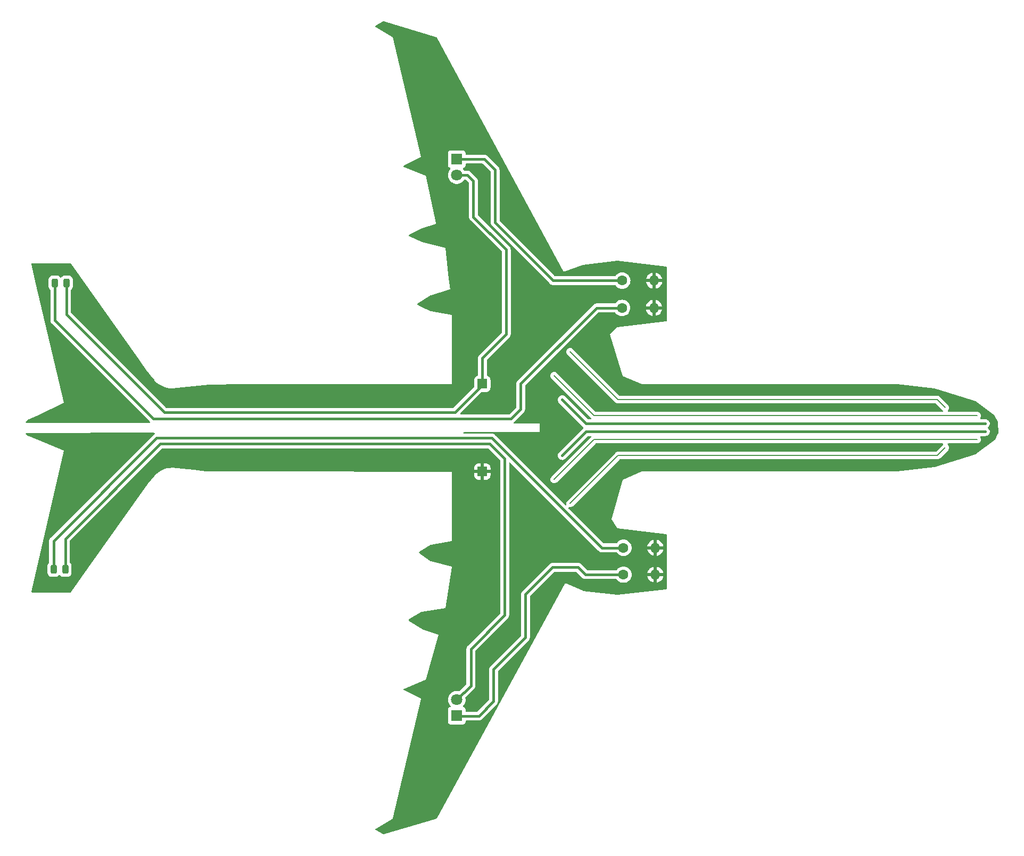
<source format=gtl>
%TF.GenerationSoftware,KiCad,Pcbnew,7.0.10*%
%TF.CreationDate,2024-11-15T17:15:35-05:00*%
%TF.ProjectId,plane,706c616e-652e-46b6-9963-61645f706362,rev?*%
%TF.SameCoordinates,Original*%
%TF.FileFunction,Copper,L1,Top*%
%TF.FilePolarity,Positive*%
%FSLAX46Y46*%
G04 Gerber Fmt 4.6, Leading zero omitted, Abs format (unit mm)*
G04 Created by KiCad (PCBNEW 7.0.10) date 2024-11-15 17:15:35*
%MOMM*%
%LPD*%
G01*
G04 APERTURE LIST*
G04 Aperture macros list*
%AMRoundRect*
0 Rectangle with rounded corners*
0 $1 Rounding radius*
0 $2 $3 $4 $5 $6 $7 $8 $9 X,Y pos of 4 corners*
0 Add a 4 corners polygon primitive as box body*
4,1,4,$2,$3,$4,$5,$6,$7,$8,$9,$2,$3,0*
0 Add four circle primitives for the rounded corners*
1,1,$1+$1,$2,$3*
1,1,$1+$1,$4,$5*
1,1,$1+$1,$6,$7*
1,1,$1+$1,$8,$9*
0 Add four rect primitives between the rounded corners*
20,1,$1+$1,$2,$3,$4,$5,0*
20,1,$1+$1,$4,$5,$6,$7,0*
20,1,$1+$1,$6,$7,$8,$9,0*
20,1,$1+$1,$8,$9,$2,$3,0*%
G04 Aperture macros list end*
%TA.AperFunction,ComponentPad*%
%ADD10RoundRect,0.250000X-0.550000X-0.550000X0.550000X-0.550000X0.550000X0.550000X-0.550000X0.550000X0*%
%TD*%
%TA.AperFunction,SMDPad,CuDef*%
%ADD11RoundRect,0.243750X-0.243750X-0.456250X0.243750X-0.456250X0.243750X0.456250X-0.243750X0.456250X0*%
%TD*%
%TA.AperFunction,ComponentPad*%
%ADD12C,1.600000*%
%TD*%
%TA.AperFunction,ComponentPad*%
%ADD13O,1.600000X1.600000*%
%TD*%
%TA.AperFunction,ComponentPad*%
%ADD14R,1.800000X1.800000*%
%TD*%
%TA.AperFunction,ComponentPad*%
%ADD15C,1.800000*%
%TD*%
%TA.AperFunction,ViaPad*%
%ADD16C,0.800000*%
%TD*%
%TA.AperFunction,Conductor*%
%ADD17C,0.200000*%
%TD*%
%TA.AperFunction,Conductor*%
%ADD18C,0.400000*%
%TD*%
G04 APERTURE END LIST*
D10*
%TO.P,GND,1,1*%
%TO.N,GND*%
X99060000Y-129540000D03*
%TD*%
%TO.P,3V,1,1*%
%TO.N,+3V0*%
X99060000Y-115570000D03*
%TD*%
D11*
%TO.P,D4,1,K*%
%TO.N,Net-(D4-K)*%
X30845943Y-145111608D03*
%TO.P,D4,2,A*%
%TO.N,+3V0*%
X32720943Y-145111608D03*
%TD*%
%TO.P,D3,1,K*%
%TO.N,Net-(D3-K)*%
X31051881Y-99535908D03*
%TO.P,D3,2,A*%
%TO.N,+3V0*%
X32926881Y-99535908D03*
%TD*%
D12*
%TO.P,R3,1*%
%TO.N,Net-(D3-K)*%
X121285000Y-103505000D03*
D13*
%TO.P,R3,2*%
%TO.N,GND*%
X126365000Y-103505000D03*
%TD*%
D14*
%TO.P,D2,1,K*%
%TO.N,Net-(D2-K)*%
X94996000Y-168402000D03*
D15*
%TO.P,D2,2,A*%
%TO.N,+3V0*%
X94996000Y-165862000D03*
%TD*%
D12*
%TO.P,R2,1*%
%TO.N,Net-(D2-K)*%
X121506638Y-145943629D03*
D13*
%TO.P,R2,2*%
%TO.N,GND*%
X126586638Y-145943629D03*
%TD*%
D12*
%TO.P,R1,1*%
%TO.N,Net-(D1-K)*%
X121316161Y-99155088D03*
D13*
%TO.P,R1,2*%
%TO.N,GND*%
X126396161Y-99155088D03*
%TD*%
D15*
%TO.P,D1,2,A*%
%TO.N,+3V0*%
X94996000Y-82367895D03*
D14*
%TO.P,D1,1,K*%
%TO.N,Net-(D1-K)*%
X94996000Y-79827895D03*
%TD*%
D12*
%TO.P,R4,1*%
%TO.N,Net-(D4-K)*%
X121506789Y-141673385D03*
D13*
%TO.P,R4,2*%
%TO.N,GND*%
X126586789Y-141673385D03*
%TD*%
D16*
%TO.N,GND*%
X115570000Y-129540000D03*
X115570000Y-115570000D03*
X166370000Y-125730000D03*
X166370000Y-119380000D03*
X132080000Y-125730000D03*
X132080000Y-119380000D03*
X99060000Y-105410000D03*
X88900000Y-63500000D03*
X99060000Y-93980000D03*
X95250000Y-153670000D03*
X90170000Y-181610000D03*
X99060000Y-139700000D03*
X66040000Y-127000000D03*
X66040000Y-118110000D03*
X38100000Y-127000000D03*
X38100000Y-118110000D03*
%TD*%
D17*
%TO.N,*%
X120650000Y-127000000D02*
X171450000Y-127000000D01*
X113030000Y-134620000D02*
X120650000Y-127000000D01*
X171450000Y-127000000D02*
X172720000Y-125730000D01*
D18*
X177800000Y-123190000D02*
X179070000Y-123190000D01*
D17*
X116840000Y-124460000D02*
X177800000Y-124460000D01*
X110490000Y-130810000D02*
X116840000Y-124460000D01*
X113030000Y-128270000D02*
X110490000Y-130810000D01*
D18*
X115570000Y-123190000D02*
X177800000Y-123190000D01*
X111760000Y-127000000D02*
X115570000Y-123190000D01*
X177800000Y-121920000D02*
X179070000Y-121920000D01*
X115570000Y-121920000D02*
X177800000Y-121920000D01*
X111760000Y-118110000D02*
X115570000Y-121920000D01*
D17*
X116840000Y-120650000D02*
X110490000Y-114300000D01*
X177800000Y-120650000D02*
X116840000Y-120650000D01*
X120650000Y-118110000D02*
X113030000Y-110490000D01*
X171450000Y-118110000D02*
X120650000Y-118110000D01*
X172720000Y-119380000D02*
X171450000Y-118110000D01*
D18*
%TO.N,Net-(D4-K)*%
X118051385Y-141673385D02*
X121506789Y-141673385D01*
X47236000Y-124214000D02*
X100592000Y-124214000D01*
X30845943Y-140604057D02*
X47236000Y-124214000D01*
X100592000Y-124214000D02*
X118051385Y-141673385D01*
X30845943Y-145111608D02*
X30845943Y-140604057D01*
%TO.N,+3V0*%
X32720060Y-145110725D02*
X32720943Y-145111608D01*
X32720060Y-140253940D02*
X32720060Y-145110725D01*
X100250514Y-125142514D02*
X47831486Y-125142514D01*
X47831486Y-125142514D02*
X32720060Y-140253940D01*
X97237452Y-157778548D02*
X102616000Y-152400000D01*
X102616000Y-152400000D02*
X102616000Y-127508000D01*
X102616000Y-127508000D02*
X100250514Y-125142514D01*
X94996000Y-165862000D02*
X97237452Y-163620548D01*
X97237452Y-163620548D02*
X97237452Y-157778548D01*
X32926881Y-99535908D02*
X32926881Y-104554881D01*
X32926881Y-104554881D02*
X48514000Y-120142000D01*
%TO.N,Net-(D3-K)*%
X31051881Y-99535908D02*
X31051881Y-105473881D01*
X31051881Y-105473881D02*
X31463443Y-105885443D01*
%TO.N,+3V0*%
X96698357Y-82367895D02*
X94996000Y-82367895D01*
X97642462Y-83312000D02*
X96698357Y-82367895D01*
X97642462Y-89006462D02*
X97642462Y-83312000D01*
X102870000Y-107696000D02*
X102870000Y-94234000D01*
X102870000Y-94234000D02*
X97642462Y-89006462D01*
X99060000Y-111506000D02*
X102870000Y-107696000D01*
X99060000Y-115769638D02*
X99060000Y-111506000D01*
X94687638Y-120142000D02*
X99060000Y-115769638D01*
X48514000Y-120142000D02*
X94687638Y-120142000D01*
%TO.N,Net-(D3-K)*%
X46736000Y-121158000D02*
X31463443Y-105885443D01*
X117221000Y-103505000D02*
X105156000Y-115570000D01*
X103632000Y-121158000D02*
X46736000Y-121158000D01*
X105156000Y-119634000D02*
X103632000Y-121158000D01*
X105156000Y-115570000D02*
X105156000Y-119634000D01*
X121285000Y-103505000D02*
X117221000Y-103505000D01*
%TO.N,Net-(D1-K)*%
X94996000Y-79827895D02*
X99385895Y-79827895D01*
X101092000Y-81534000D02*
X99385895Y-79827895D01*
X121316161Y-99155088D02*
X110331088Y-99155088D01*
X110331088Y-99155088D02*
X101092000Y-89916000D01*
X101092000Y-89916000D02*
X101092000Y-81534000D01*
%TO.N,Net-(D2-K)*%
X95048990Y-168454990D02*
X98499010Y-168454990D01*
X100838000Y-161036000D02*
X105918000Y-155956000D01*
X94996000Y-168402000D02*
X95048990Y-168454990D01*
X110236000Y-144780000D02*
X114300000Y-144780000D01*
X100838000Y-166116000D02*
X100838000Y-161036000D01*
X98499010Y-168454990D02*
X100838000Y-166116000D01*
X115463629Y-145943629D02*
X121506638Y-145943629D01*
X105918000Y-155956000D02*
X105918000Y-149098000D01*
X114300000Y-144780000D02*
X115463629Y-145943629D01*
X105918000Y-149098000D02*
X110236000Y-144780000D01*
%TD*%
%TA.AperFunction,Conductor*%
%TO.N,GND*%
G36*
X83402578Y-57899662D02*
G01*
X91776713Y-60415623D01*
X91835253Y-60453765D01*
X91850125Y-60475430D01*
X112009427Y-97782589D01*
X112012386Y-97789073D01*
X112013815Y-97790694D01*
X112015670Y-97790444D01*
X112022403Y-97787373D01*
X115013380Y-96662535D01*
X115042530Y-96655451D01*
X120511660Y-96011922D01*
X120540238Y-96011878D01*
X128283659Y-96898329D01*
X128348025Y-96925510D01*
X128387477Y-96983175D01*
X128393556Y-97021524D01*
X128393556Y-105542100D01*
X128373871Y-105609139D01*
X128321067Y-105654894D01*
X128284047Y-105665250D01*
X120534290Y-106577131D01*
X120527334Y-106577491D01*
X120525707Y-106578083D01*
X120524265Y-106578944D01*
X120519666Y-106584041D01*
X119383563Y-107691826D01*
X119379846Y-107695144D01*
X119379460Y-107695861D01*
X119379450Y-107696662D01*
X119381088Y-107701353D01*
X119478156Y-108023930D01*
X121372933Y-114320709D01*
X121373988Y-114328067D01*
X121378403Y-114338959D01*
X121389426Y-114344823D01*
X121396482Y-114346599D01*
X124443226Y-115638338D01*
X124444374Y-115639032D01*
X124459005Y-115645039D01*
X124459890Y-115645409D01*
X124460613Y-115645413D01*
X124483395Y-115645635D01*
X124484560Y-115645407D01*
X164697534Y-115645407D01*
X164697563Y-115645407D01*
X164902770Y-115645466D01*
X164903060Y-115645551D01*
X164903060Y-115645466D01*
X164903103Y-115645466D01*
X164915161Y-115645498D01*
X164915452Y-115645499D01*
X164915452Y-115645575D01*
X164915793Y-115645501D01*
X165089352Y-115646454D01*
X165103120Y-115647296D01*
X170930672Y-116331173D01*
X170952687Y-116335811D01*
X171552331Y-116520317D01*
X177525123Y-118358098D01*
X177563049Y-118377412D01*
X180570189Y-120632766D01*
X180606697Y-120676511D01*
X181088889Y-121640898D01*
X181101963Y-121694318D01*
X181130568Y-123437992D01*
X181117494Y-123495480D01*
X180636265Y-124457940D01*
X180599756Y-124501686D01*
X177592621Y-126757037D01*
X177554688Y-126776354D01*
X170981780Y-128798786D01*
X170960736Y-128803306D01*
X165103601Y-129537494D01*
X165088858Y-129538455D01*
X164915254Y-129539407D01*
X164914905Y-129539409D01*
X164903673Y-129539439D01*
X164903379Y-129539439D01*
X164697535Y-129539500D01*
X124484560Y-129539500D01*
X124483395Y-129539271D01*
X124460613Y-129539494D01*
X124459907Y-129539497D01*
X124459151Y-129539675D01*
X124455923Y-129541152D01*
X124449525Y-129543813D01*
X124448808Y-129544200D01*
X121394538Y-130839131D01*
X121386756Y-130841227D01*
X121378398Y-130845957D01*
X121374779Y-130854937D01*
X121373726Y-130862927D01*
X119639442Y-137138426D01*
X119637709Y-137142047D01*
X119633455Y-137159950D01*
X119633491Y-137160201D01*
X119642655Y-137176333D01*
X119645316Y-137179304D01*
X120516367Y-138591711D01*
X120519667Y-138599232D01*
X120525636Y-138606773D01*
X120525818Y-138606815D01*
X120525820Y-138606817D01*
X120525821Y-138606816D01*
X120535358Y-138609062D01*
X120543524Y-138608861D01*
X128284048Y-139519655D01*
X128348326Y-139547038D01*
X128387597Y-139604828D01*
X128393556Y-139642805D01*
X128393556Y-148163382D01*
X128373871Y-148230421D01*
X128321067Y-148276176D01*
X128283659Y-148286577D01*
X120540246Y-149173028D01*
X120511652Y-149172983D01*
X115045866Y-148529848D01*
X115010623Y-148520287D01*
X112273676Y-147321938D01*
X112268357Y-147319323D01*
X112267770Y-147319283D01*
X112267306Y-147319693D01*
X112264731Y-147324942D01*
X91850172Y-184709863D01*
X91800766Y-184759267D01*
X91777021Y-184769190D01*
X83402581Y-187285243D01*
X83332712Y-187285681D01*
X83306930Y-187275020D01*
X82075575Y-186594617D01*
X82026417Y-186544965D01*
X82011908Y-186476618D01*
X82036653Y-186411277D01*
X82072461Y-186379330D01*
X84800210Y-184767478D01*
X84802624Y-184766610D01*
X84820692Y-184755424D01*
X84820694Y-184755424D01*
X84820695Y-184755422D01*
X84820754Y-184755386D01*
X84820914Y-184755168D01*
X84820931Y-184755099D01*
X84820933Y-184755098D01*
X84820932Y-184755095D01*
X84826214Y-184734713D01*
X84826332Y-184732076D01*
X89319641Y-165721920D01*
X89322833Y-165713100D01*
X89322945Y-165709787D01*
X89323074Y-165707343D01*
X89320962Y-165705763D01*
X89318929Y-165704175D01*
X89310324Y-165701034D01*
X86562548Y-164342335D01*
X86511178Y-164294974D01*
X86493569Y-164227360D01*
X86515310Y-164160959D01*
X86569498Y-164116853D01*
X86571459Y-164116049D01*
X90009368Y-162743666D01*
X90017581Y-162741597D01*
X90025073Y-162737412D01*
X90025144Y-162737244D01*
X90025147Y-162737242D01*
X90025147Y-162737238D01*
X90028526Y-162729338D01*
X90029720Y-162720954D01*
X92076678Y-155493513D01*
X92077806Y-155489852D01*
X92077779Y-155489575D01*
X92077726Y-155489473D01*
X92077460Y-155489253D01*
X92074052Y-155488209D01*
X89570083Y-154667591D01*
X89543447Y-154655200D01*
X87361044Y-153304615D01*
X87314396Y-153252598D01*
X87303276Y-153183619D01*
X87331215Y-153119578D01*
X87363583Y-153092201D01*
X89419397Y-151887070D01*
X89462265Y-151871643D01*
X93207562Y-151264710D01*
X93214059Y-151264697D01*
X93222619Y-151262641D01*
X93227742Y-151261620D01*
X93227864Y-151261540D01*
X93227971Y-151261377D01*
X93229110Y-151255466D01*
X93230894Y-151248078D01*
X93230868Y-151241199D01*
X94252903Y-144720450D01*
X94254301Y-144713730D01*
X94254091Y-144713406D01*
X94253367Y-144713006D01*
X94247339Y-144711732D01*
X90903835Y-143834592D01*
X90864125Y-143816189D01*
X89051918Y-142545867D01*
X89008321Y-142491267D01*
X89001164Y-142421765D01*
X89032719Y-142359427D01*
X89055919Y-142340101D01*
X90842638Y-141188681D01*
X90887944Y-141170857D01*
X94236171Y-140571439D01*
X94244190Y-140570721D01*
X94245770Y-140570067D01*
X94246948Y-140569585D01*
X94247279Y-140569451D01*
X94247288Y-140569450D01*
X94247295Y-140569444D01*
X94247546Y-140569344D01*
X94247557Y-140569293D01*
X94247916Y-140567592D01*
X94248304Y-140565812D01*
X94247602Y-140557806D01*
X94247602Y-129790000D01*
X97760001Y-129790000D01*
X97760001Y-130139986D01*
X97770494Y-130242697D01*
X97825641Y-130409119D01*
X97825643Y-130409124D01*
X97917684Y-130558345D01*
X98041654Y-130682315D01*
X98190875Y-130774356D01*
X98190880Y-130774358D01*
X98357302Y-130829505D01*
X98357309Y-130829506D01*
X98460019Y-130839999D01*
X98809999Y-130839999D01*
X98810000Y-130839998D01*
X98810000Y-129790000D01*
X97760001Y-129790000D01*
X94247602Y-129790000D01*
X94247602Y-129604437D01*
X94247603Y-129603989D01*
X94247643Y-129592905D01*
X94247487Y-129592525D01*
X94247485Y-129592523D01*
X94247467Y-129592512D01*
X94247104Y-129592365D01*
X94231635Y-129592365D01*
X63294361Y-129511840D01*
X98756105Y-129511840D01*
X98766454Y-129623521D01*
X98816448Y-129723922D01*
X98899334Y-129799484D01*
X99003920Y-129840000D01*
X99087802Y-129840000D01*
X99170250Y-129824588D01*
X99226111Y-129790000D01*
X99310000Y-129790000D01*
X99310000Y-130839999D01*
X99659972Y-130839999D01*
X99659986Y-130839998D01*
X99762697Y-130829505D01*
X99929119Y-130774358D01*
X99929124Y-130774356D01*
X100078345Y-130682315D01*
X100202315Y-130558345D01*
X100294356Y-130409124D01*
X100294358Y-130409119D01*
X100349505Y-130242697D01*
X100349506Y-130242690D01*
X100359999Y-130139986D01*
X100360000Y-130139973D01*
X100360000Y-129790000D01*
X99310000Y-129790000D01*
X99226111Y-129790000D01*
X99265610Y-129765543D01*
X99333201Y-129676038D01*
X99363895Y-129568160D01*
X99353546Y-129456479D01*
X99303552Y-129356078D01*
X99220666Y-129280516D01*
X99116080Y-129240000D01*
X99032198Y-129240000D01*
X98949750Y-129255412D01*
X98854390Y-129314457D01*
X98786799Y-129403962D01*
X98756105Y-129511840D01*
X63294361Y-129511840D01*
X55124078Y-129490574D01*
X55112013Y-129489954D01*
X53120559Y-129290000D01*
X97760000Y-129290000D01*
X98810000Y-129290000D01*
X98810000Y-128240000D01*
X99310000Y-128240000D01*
X99310000Y-129290000D01*
X100359999Y-129290000D01*
X100359999Y-128940028D01*
X100359998Y-128940013D01*
X100349505Y-128837302D01*
X100294358Y-128670880D01*
X100294356Y-128670875D01*
X100202315Y-128521654D01*
X100078345Y-128397684D01*
X99929124Y-128305643D01*
X99929119Y-128305641D01*
X99762697Y-128250494D01*
X99762690Y-128250493D01*
X99659986Y-128240000D01*
X99310000Y-128240000D01*
X98810000Y-128240000D01*
X98460028Y-128240000D01*
X98460012Y-128240001D01*
X98357302Y-128250494D01*
X98190880Y-128305641D01*
X98190875Y-128305643D01*
X98041654Y-128397684D01*
X97917684Y-128521654D01*
X97825643Y-128670875D01*
X97825641Y-128670880D01*
X97770494Y-128837302D01*
X97770493Y-128837309D01*
X97760000Y-128940013D01*
X97760000Y-129290000D01*
X53120559Y-129290000D01*
X50553154Y-129032217D01*
X50538872Y-129029935D01*
X50369369Y-128992604D01*
X50369370Y-128992604D01*
X50198088Y-128971911D01*
X50010039Y-128949192D01*
X50010034Y-128949191D01*
X50010025Y-128949191D01*
X49672302Y-128941154D01*
X49648199Y-128940581D01*
X49648198Y-128940581D01*
X49648197Y-128940581D01*
X49287212Y-128966851D01*
X48930428Y-129027759D01*
X48581186Y-129122733D01*
X48581174Y-129122737D01*
X48242674Y-129250908D01*
X47918113Y-129411066D01*
X47918105Y-129411070D01*
X47610460Y-129601743D01*
X47322613Y-129821146D01*
X47322607Y-129821151D01*
X47057214Y-130067260D01*
X46941932Y-130196980D01*
X46940580Y-130198332D01*
X46937809Y-130201582D01*
X46936195Y-130203437D01*
X46908390Y-130234760D01*
X46903796Y-130241403D01*
X45834454Y-131493366D01*
X45831127Y-131496921D01*
X45829965Y-131498416D01*
X45827352Y-131502481D01*
X36298252Y-144943583D01*
X33647432Y-148682650D01*
X33610179Y-148735196D01*
X33555349Y-148778501D01*
X33509022Y-148787480D01*
X27443906Y-148787480D01*
X27376867Y-148767795D01*
X27331112Y-148714991D01*
X27321168Y-148645833D01*
X27323106Y-148635491D01*
X27324362Y-148630071D01*
X32510106Y-126248383D01*
X32512500Y-126240918D01*
X32512500Y-126240463D01*
X32512548Y-126237726D01*
X32510409Y-126236252D01*
X32509966Y-126235936D01*
X32502612Y-126233563D01*
X29437427Y-124961850D01*
X28402630Y-124532524D01*
X28402440Y-124532444D01*
X27021506Y-123956373D01*
X26757605Y-123846284D01*
X26729503Y-123829943D01*
X26469543Y-123628949D01*
X26428548Y-123572370D01*
X26424649Y-123502609D01*
X26459085Y-123441815D01*
X26520922Y-123409289D01*
X26545136Y-123406851D01*
X46833725Y-123365653D01*
X46900805Y-123385202D01*
X46946667Y-123437913D01*
X46956750Y-123507051D01*
X46927855Y-123570665D01*
X46904409Y-123591708D01*
X46899723Y-123594942D01*
X46880188Y-123605960D01*
X46870948Y-123610119D01*
X46870938Y-123610124D01*
X46823597Y-123647213D01*
X46817569Y-123651649D01*
X46768068Y-123685819D01*
X46728183Y-123730838D01*
X46723051Y-123736290D01*
X30368233Y-140091108D01*
X30362781Y-140096240D01*
X30317762Y-140136125D01*
X30283592Y-140185626D01*
X30279156Y-140191654D01*
X30242067Y-140238995D01*
X30242062Y-140239005D01*
X30237903Y-140248245D01*
X30226885Y-140267780D01*
X30221130Y-140276118D01*
X30221122Y-140276133D01*
X30199796Y-140332362D01*
X30196932Y-140339277D01*
X30172248Y-140394125D01*
X30170420Y-140404099D01*
X30164396Y-140425710D01*
X30160803Y-140435184D01*
X30160803Y-140435185D01*
X30153553Y-140494884D01*
X30152426Y-140502284D01*
X30141585Y-140561446D01*
X30141585Y-140561452D01*
X30145217Y-140621489D01*
X30145443Y-140628977D01*
X30145443Y-144008216D01*
X30125758Y-144075255D01*
X30109125Y-144095897D01*
X30014414Y-144190608D01*
X29923085Y-144338674D01*
X29923080Y-144338685D01*
X29868356Y-144503831D01*
X29857943Y-144605752D01*
X29857943Y-145617463D01*
X29868356Y-145719384D01*
X29923080Y-145884530D01*
X29923085Y-145884541D01*
X30014414Y-146032607D01*
X30014417Y-146032611D01*
X30137439Y-146155633D01*
X30137443Y-146155636D01*
X30285509Y-146246965D01*
X30285512Y-146246966D01*
X30285518Y-146246970D01*
X30450668Y-146301695D01*
X30552595Y-146312108D01*
X30552600Y-146312108D01*
X31139286Y-146312108D01*
X31139291Y-146312108D01*
X31241218Y-146301695D01*
X31406368Y-146246970D01*
X31554446Y-146155634D01*
X31677469Y-146032611D01*
X31677901Y-146031909D01*
X31678324Y-146031529D01*
X31681950Y-146026944D01*
X31682733Y-146027563D01*
X31729845Y-145985183D01*
X31798807Y-145973957D01*
X31862891Y-146001796D01*
X31884785Y-146027063D01*
X31884936Y-146026944D01*
X31887586Y-146030295D01*
X31888983Y-146031907D01*
X31889415Y-146032607D01*
X31889418Y-146032612D01*
X32012439Y-146155633D01*
X32012443Y-146155636D01*
X32160509Y-146246965D01*
X32160512Y-146246966D01*
X32160518Y-146246970D01*
X32325668Y-146301695D01*
X32427595Y-146312108D01*
X32427600Y-146312108D01*
X33014286Y-146312108D01*
X33014291Y-146312108D01*
X33116218Y-146301695D01*
X33281368Y-146246970D01*
X33429446Y-146155634D01*
X33552469Y-146032611D01*
X33643805Y-145884533D01*
X33698530Y-145719383D01*
X33708943Y-145617456D01*
X33708943Y-144605760D01*
X33698530Y-144503833D01*
X33643805Y-144338683D01*
X33643801Y-144338677D01*
X33643800Y-144338674D01*
X33552471Y-144190608D01*
X33552468Y-144190604D01*
X33456879Y-144095015D01*
X33423394Y-144033692D01*
X33420560Y-144007334D01*
X33420560Y-140595458D01*
X33440245Y-140528419D01*
X33456879Y-140507777D01*
X48085323Y-125879333D01*
X48146646Y-125845848D01*
X48173004Y-125843014D01*
X99908995Y-125843014D01*
X99976034Y-125862699D01*
X99996676Y-125879333D01*
X101879181Y-127761838D01*
X101912666Y-127823161D01*
X101915500Y-127849519D01*
X101915500Y-152058480D01*
X101895815Y-152125519D01*
X101879181Y-152146161D01*
X96759742Y-157265599D01*
X96754290Y-157270731D01*
X96709271Y-157310616D01*
X96675101Y-157360117D01*
X96670665Y-157366145D01*
X96633576Y-157413486D01*
X96633571Y-157413496D01*
X96629412Y-157422736D01*
X96618394Y-157442271D01*
X96612639Y-157450609D01*
X96612631Y-157450624D01*
X96591305Y-157506853D01*
X96588441Y-157513768D01*
X96563757Y-157568616D01*
X96561929Y-157578590D01*
X96555905Y-157600201D01*
X96552312Y-157609675D01*
X96552312Y-157609676D01*
X96545062Y-157669375D01*
X96543935Y-157676775D01*
X96533094Y-157735937D01*
X96533094Y-157735943D01*
X96536726Y-157795980D01*
X96536952Y-157803468D01*
X96536952Y-163279028D01*
X96517267Y-163346067D01*
X96500633Y-163366709D01*
X95408961Y-164458380D01*
X95347638Y-164491865D01*
X95300871Y-164493008D01*
X95112049Y-164461500D01*
X94879951Y-164461500D01*
X94834164Y-164469140D01*
X94651015Y-164499702D01*
X94431504Y-164575061D01*
X94431495Y-164575064D01*
X94227371Y-164685531D01*
X94227365Y-164685535D01*
X94044222Y-164828081D01*
X94044219Y-164828084D01*
X93887016Y-164998852D01*
X93760075Y-165193151D01*
X93666842Y-165405699D01*
X93609866Y-165630691D01*
X93609864Y-165630702D01*
X93590700Y-165861993D01*
X93590700Y-165862006D01*
X93609864Y-166093297D01*
X93609866Y-166093308D01*
X93666842Y-166318300D01*
X93760075Y-166530848D01*
X93887016Y-166725147D01*
X93887019Y-166725151D01*
X93887021Y-166725153D01*
X93981803Y-166828114D01*
X94012724Y-166890767D01*
X94004864Y-166960193D01*
X93960716Y-167014348D01*
X93933906Y-167028277D01*
X93853669Y-167058203D01*
X93853664Y-167058206D01*
X93738455Y-167144452D01*
X93738452Y-167144455D01*
X93652206Y-167259664D01*
X93652202Y-167259671D01*
X93601908Y-167394517D01*
X93595501Y-167454116D01*
X93595501Y-167454123D01*
X93595500Y-167454135D01*
X93595500Y-169349870D01*
X93595501Y-169349876D01*
X93601908Y-169409483D01*
X93652202Y-169544328D01*
X93652206Y-169544335D01*
X93738452Y-169659544D01*
X93738455Y-169659547D01*
X93853664Y-169745793D01*
X93853671Y-169745797D01*
X93988517Y-169796091D01*
X93988516Y-169796091D01*
X93995444Y-169796835D01*
X94048127Y-169802500D01*
X95943872Y-169802499D01*
X96003483Y-169796091D01*
X96138331Y-169745796D01*
X96253546Y-169659546D01*
X96339796Y-169544331D01*
X96390091Y-169409483D01*
X96396500Y-169349873D01*
X96396500Y-169279490D01*
X96416185Y-169212451D01*
X96468989Y-169166696D01*
X96520500Y-169155490D01*
X98474089Y-169155490D01*
X98481576Y-169155715D01*
X98541616Y-169159348D01*
X98600792Y-169148503D01*
X98608195Y-169147377D01*
X98611931Y-169146923D01*
X98667882Y-169140130D01*
X98677345Y-169136540D01*
X98698971Y-169130512D01*
X98699903Y-169130341D01*
X98708942Y-169128685D01*
X98763818Y-169103986D01*
X98770688Y-169101140D01*
X98826940Y-169079808D01*
X98835276Y-169074052D01*
X98854831Y-169063024D01*
X98864067Y-169058868D01*
X98911423Y-169021765D01*
X98917414Y-169017356D01*
X98966939Y-168983173D01*
X99006832Y-168938141D01*
X99011934Y-168932721D01*
X101315731Y-166628924D01*
X101321151Y-166623822D01*
X101366183Y-166583929D01*
X101400358Y-166534416D01*
X101404779Y-166528407D01*
X101441877Y-166481057D01*
X101446029Y-166471828D01*
X101457062Y-166452268D01*
X101457419Y-166451750D01*
X101462818Y-166443930D01*
X101484154Y-166387668D01*
X101487014Y-166380766D01*
X101511693Y-166325934D01*
X101511692Y-166325934D01*
X101511694Y-166325932D01*
X101513520Y-166315965D01*
X101519548Y-166294340D01*
X101523140Y-166284872D01*
X101530389Y-166225169D01*
X101531516Y-166217762D01*
X101542357Y-166158606D01*
X101538726Y-166098577D01*
X101538500Y-166091090D01*
X101538500Y-161377518D01*
X101558185Y-161310479D01*
X101574814Y-161289842D01*
X106395731Y-156468924D01*
X106401151Y-156463822D01*
X106446183Y-156423929D01*
X106480366Y-156374404D01*
X106484775Y-156368413D01*
X106521878Y-156321057D01*
X106526034Y-156311821D01*
X106537062Y-156292266D01*
X106542818Y-156283930D01*
X106564150Y-156227678D01*
X106567010Y-156220776D01*
X106591693Y-156165936D01*
X106591693Y-156165934D01*
X106591695Y-156165931D01*
X106593522Y-156155959D01*
X106599546Y-156134347D01*
X106603140Y-156124872D01*
X106610387Y-156065184D01*
X106611514Y-156057777D01*
X106622358Y-155998606D01*
X106618726Y-155938565D01*
X106618500Y-155931078D01*
X106618500Y-149439519D01*
X106638185Y-149372480D01*
X106654819Y-149351838D01*
X110489838Y-145516819D01*
X110551161Y-145483334D01*
X110577519Y-145480500D01*
X113958481Y-145480500D01*
X114025520Y-145500185D01*
X114046162Y-145516819D01*
X114950687Y-146421344D01*
X114955807Y-146426782D01*
X114995700Y-146471812D01*
X115045206Y-146505984D01*
X115051226Y-146510414D01*
X115098572Y-146547507D01*
X115105474Y-146550613D01*
X115107811Y-146551665D01*
X115127362Y-146562692D01*
X115135699Y-146568447D01*
X115191958Y-146589782D01*
X115198835Y-146592631D01*
X115207126Y-146596363D01*
X115253692Y-146617322D01*
X115253695Y-146617322D01*
X115253698Y-146617324D01*
X115263663Y-146619150D01*
X115285285Y-146625177D01*
X115288406Y-146626360D01*
X115294757Y-146628769D01*
X115352318Y-146635757D01*
X115354444Y-146636016D01*
X115361851Y-146637143D01*
X115421023Y-146647987D01*
X115481062Y-146644354D01*
X115488550Y-146644129D01*
X120344965Y-146644129D01*
X120412004Y-146663814D01*
X120446540Y-146697006D01*
X120506592Y-146782770D01*
X120667496Y-146943674D01*
X120667499Y-146943676D01*
X120853904Y-147074197D01*
X121060142Y-147170368D01*
X121279946Y-147229264D01*
X121441868Y-147243430D01*
X121506636Y-147249097D01*
X121506638Y-147249097D01*
X121506640Y-147249097D01*
X121563311Y-147244138D01*
X121733330Y-147229264D01*
X121953134Y-147170368D01*
X122159372Y-147074197D01*
X122345777Y-146943676D01*
X122506685Y-146782768D01*
X122637206Y-146596363D01*
X122733377Y-146390125D01*
X122792273Y-146170321D01*
X122812106Y-145943629D01*
X122792273Y-145716937D01*
X122786027Y-145693628D01*
X125307765Y-145693628D01*
X125307766Y-145693629D01*
X126270952Y-145693629D01*
X126258997Y-145705584D01*
X126201473Y-145818481D01*
X126181652Y-145943629D01*
X126201473Y-146068777D01*
X126258997Y-146181674D01*
X126270952Y-146193629D01*
X125307766Y-146193629D01*
X125360368Y-146389946D01*
X125360372Y-146389955D01*
X125456503Y-146596111D01*
X125586980Y-146782449D01*
X125747817Y-146943286D01*
X125934155Y-147073763D01*
X126140311Y-147169894D01*
X126140320Y-147169898D01*
X126336637Y-147222501D01*
X126336638Y-147222500D01*
X126336638Y-146259315D01*
X126348593Y-146271270D01*
X126461490Y-146328794D01*
X126555157Y-146343629D01*
X126618119Y-146343629D01*
X126711786Y-146328794D01*
X126824683Y-146271270D01*
X126836638Y-146259315D01*
X126836638Y-147222501D01*
X127032955Y-147169898D01*
X127032964Y-147169894D01*
X127239120Y-147073763D01*
X127425458Y-146943286D01*
X127586295Y-146782449D01*
X127716772Y-146596111D01*
X127812903Y-146389955D01*
X127812907Y-146389946D01*
X127865510Y-146193629D01*
X126902324Y-146193629D01*
X126914279Y-146181674D01*
X126971803Y-146068777D01*
X126991624Y-145943629D01*
X126971803Y-145818481D01*
X126914279Y-145705584D01*
X126902324Y-145693629D01*
X127865510Y-145693629D01*
X127865510Y-145693628D01*
X127812907Y-145497311D01*
X127812903Y-145497302D01*
X127716772Y-145291146D01*
X127586295Y-145104808D01*
X127425458Y-144943971D01*
X127239120Y-144813494D01*
X127032966Y-144717363D01*
X126836638Y-144664756D01*
X126836638Y-145627943D01*
X126824683Y-145615988D01*
X126711786Y-145558464D01*
X126618119Y-145543629D01*
X126555157Y-145543629D01*
X126461490Y-145558464D01*
X126348593Y-145615988D01*
X126336638Y-145627943D01*
X126336638Y-144664756D01*
X126140309Y-144717363D01*
X125934155Y-144813494D01*
X125747817Y-144943971D01*
X125586980Y-145104808D01*
X125456503Y-145291146D01*
X125360372Y-145497302D01*
X125360368Y-145497311D01*
X125307765Y-145693628D01*
X122786027Y-145693628D01*
X122733377Y-145497133D01*
X122637206Y-145290895D01*
X122506685Y-145104490D01*
X122506683Y-145104487D01*
X122345779Y-144943583D01*
X122159372Y-144813061D01*
X122159370Y-144813060D01*
X121953135Y-144716890D01*
X121953126Y-144716887D01*
X121733335Y-144657995D01*
X121733331Y-144657994D01*
X121733330Y-144657994D01*
X121733329Y-144657993D01*
X121733324Y-144657993D01*
X121506640Y-144638161D01*
X121506636Y-144638161D01*
X121279951Y-144657993D01*
X121279940Y-144657995D01*
X121060149Y-144716887D01*
X121060140Y-144716890D01*
X120853905Y-144813060D01*
X120853903Y-144813061D01*
X120667496Y-144943583D01*
X120506592Y-145104487D01*
X120446540Y-145190252D01*
X120391963Y-145233877D01*
X120344965Y-145243129D01*
X115805148Y-145243129D01*
X115738109Y-145223444D01*
X115717467Y-145206810D01*
X114812940Y-144302283D01*
X114807805Y-144296828D01*
X114767929Y-144251816D01*
X114767924Y-144251812D01*
X114718438Y-144217655D01*
X114712403Y-144213215D01*
X114665060Y-144176124D01*
X114665055Y-144176120D01*
X114655813Y-144171961D01*
X114636266Y-144160936D01*
X114634657Y-144159826D01*
X114627930Y-144155182D01*
X114571694Y-144133854D01*
X114564790Y-144130994D01*
X114509932Y-144106305D01*
X114509930Y-144106304D01*
X114499946Y-144104474D01*
X114478343Y-144098451D01*
X114468874Y-144094860D01*
X114468871Y-144094859D01*
X114409171Y-144087610D01*
X114401770Y-144086483D01*
X114342609Y-144075642D01*
X114342603Y-144075642D01*
X114282567Y-144079274D01*
X114275079Y-144079500D01*
X110260910Y-144079500D01*
X110253423Y-144079274D01*
X110193396Y-144075643D01*
X110193389Y-144075643D01*
X110134243Y-144086481D01*
X110126843Y-144087608D01*
X110067125Y-144094860D01*
X110057642Y-144098456D01*
X110036038Y-144104478D01*
X110034535Y-144104754D01*
X110026065Y-144106306D01*
X109971229Y-144130986D01*
X109964313Y-144133851D01*
X109935701Y-144144702D01*
X109908070Y-144155182D01*
X109908068Y-144155183D01*
X109908066Y-144155184D01*
X109908061Y-144155186D01*
X109899722Y-144160942D01*
X109880190Y-144171959D01*
X109870946Y-144176120D01*
X109870944Y-144176121D01*
X109870943Y-144176122D01*
X109851555Y-144191311D01*
X109823597Y-144213214D01*
X109817569Y-144217649D01*
X109768068Y-144251819D01*
X109728183Y-144296838D01*
X109723051Y-144302290D01*
X105440290Y-148585051D01*
X105434838Y-148590183D01*
X105389819Y-148630068D01*
X105355649Y-148679569D01*
X105351213Y-148685597D01*
X105314124Y-148732938D01*
X105314119Y-148732948D01*
X105309960Y-148742188D01*
X105298942Y-148761723D01*
X105293187Y-148770061D01*
X105293179Y-148770076D01*
X105271853Y-148826305D01*
X105268989Y-148833220D01*
X105244305Y-148888068D01*
X105242477Y-148898042D01*
X105236453Y-148919653D01*
X105232860Y-148929127D01*
X105232860Y-148929128D01*
X105225610Y-148988827D01*
X105224483Y-148996227D01*
X105213642Y-149055389D01*
X105213642Y-149055395D01*
X105217274Y-149115432D01*
X105217500Y-149122920D01*
X105217500Y-155614480D01*
X105197815Y-155681519D01*
X105181181Y-155702161D01*
X100360290Y-160523051D01*
X100354838Y-160528183D01*
X100309819Y-160568068D01*
X100275649Y-160617569D01*
X100271213Y-160623597D01*
X100234124Y-160670938D01*
X100234119Y-160670948D01*
X100229960Y-160680188D01*
X100218942Y-160699723D01*
X100213187Y-160708061D01*
X100213179Y-160708076D01*
X100191853Y-160764305D01*
X100188989Y-160771220D01*
X100164305Y-160826068D01*
X100162477Y-160836042D01*
X100156453Y-160857653D01*
X100152860Y-160867127D01*
X100152860Y-160867128D01*
X100145610Y-160926827D01*
X100144483Y-160934227D01*
X100133642Y-160993389D01*
X100133642Y-160993395D01*
X100137274Y-161053432D01*
X100137500Y-161060920D01*
X100137500Y-165774481D01*
X100117815Y-165841520D01*
X100101181Y-165862162D01*
X98245172Y-167718171D01*
X98183849Y-167751656D01*
X98157491Y-167754490D01*
X96520499Y-167754490D01*
X96453460Y-167734805D01*
X96407705Y-167682001D01*
X96396499Y-167630490D01*
X96396499Y-167454129D01*
X96396498Y-167454123D01*
X96396497Y-167454116D01*
X96390091Y-167394517D01*
X96339796Y-167259669D01*
X96339795Y-167259668D01*
X96339793Y-167259664D01*
X96253547Y-167144455D01*
X96253544Y-167144452D01*
X96138335Y-167058206D01*
X96138328Y-167058202D01*
X96058094Y-167028277D01*
X96002160Y-166986406D01*
X95977743Y-166920941D01*
X95992595Y-166852668D01*
X96010190Y-166828121D01*
X96104979Y-166725153D01*
X96231924Y-166530849D01*
X96325157Y-166318300D01*
X96382134Y-166093305D01*
X96401300Y-165862000D01*
X96401300Y-165861993D01*
X96382135Y-165630702D01*
X96382131Y-165630682D01*
X96366257Y-165567996D01*
X96368881Y-165498175D01*
X96398779Y-165449876D01*
X97715183Y-164133472D01*
X97720603Y-164128370D01*
X97765635Y-164088477D01*
X97799814Y-164038959D01*
X97804241Y-164032944D01*
X97841330Y-163985604D01*
X97845489Y-163976361D01*
X97856513Y-163956816D01*
X97862270Y-163948478D01*
X97883597Y-163892242D01*
X97886465Y-163885318D01*
X97911145Y-163830484D01*
X97911145Y-163830482D01*
X97911147Y-163830479D01*
X97912974Y-163820507D01*
X97918998Y-163798895D01*
X97922592Y-163789420D01*
X97929839Y-163729732D01*
X97930966Y-163722325D01*
X97941810Y-163663154D01*
X97938178Y-163603113D01*
X97937952Y-163595626D01*
X97937952Y-158120065D01*
X97957637Y-158053026D01*
X97974266Y-158032389D01*
X103093723Y-152912931D01*
X103099125Y-152907845D01*
X103144183Y-152867929D01*
X103178349Y-152818430D01*
X103182790Y-152812394D01*
X103185647Y-152808747D01*
X103219878Y-152765056D01*
X103224037Y-152755813D01*
X103235061Y-152736268D01*
X103240818Y-152727930D01*
X103262145Y-152671694D01*
X103265013Y-152664770D01*
X103289693Y-152609936D01*
X103289693Y-152609934D01*
X103289695Y-152609931D01*
X103291522Y-152599959D01*
X103297546Y-152578347D01*
X103301140Y-152568872D01*
X103308387Y-152509184D01*
X103309514Y-152501777D01*
X103320358Y-152442606D01*
X103316726Y-152382565D01*
X103316500Y-152375078D01*
X103316500Y-128228519D01*
X103336185Y-128161480D01*
X103388989Y-128115725D01*
X103458147Y-128105781D01*
X103521703Y-128134806D01*
X103528181Y-128140838D01*
X117538443Y-142151100D01*
X117543563Y-142156538D01*
X117583456Y-142201568D01*
X117632962Y-142235740D01*
X117638982Y-142240170D01*
X117686328Y-142277263D01*
X117693230Y-142280369D01*
X117695567Y-142281421D01*
X117715118Y-142292448D01*
X117720420Y-142296108D01*
X117723456Y-142298204D01*
X117779682Y-142319527D01*
X117786597Y-142322391D01*
X117841453Y-142347080D01*
X117851427Y-142348907D01*
X117873041Y-142354933D01*
X117876162Y-142356116D01*
X117882513Y-142358525D01*
X117939626Y-142365459D01*
X117942199Y-142365772D01*
X117949604Y-142366899D01*
X117970558Y-142370738D01*
X118008779Y-142377743D01*
X118068818Y-142374110D01*
X118076306Y-142373885D01*
X120345116Y-142373885D01*
X120412155Y-142393570D01*
X120446691Y-142426762D01*
X120506743Y-142512526D01*
X120667647Y-142673430D01*
X120667650Y-142673432D01*
X120854055Y-142803953D01*
X121060293Y-142900124D01*
X121280097Y-142959020D01*
X121442019Y-142973186D01*
X121506787Y-142978853D01*
X121506789Y-142978853D01*
X121506791Y-142978853D01*
X121563462Y-142973894D01*
X121733481Y-142959020D01*
X121953285Y-142900124D01*
X122159523Y-142803953D01*
X122345928Y-142673432D01*
X122506836Y-142512524D01*
X122637357Y-142326119D01*
X122733528Y-142119881D01*
X122792424Y-141900077D01*
X122812257Y-141673385D01*
X122792424Y-141446693D01*
X122786178Y-141423384D01*
X125307916Y-141423384D01*
X125307917Y-141423385D01*
X126271103Y-141423385D01*
X126259148Y-141435340D01*
X126201624Y-141548237D01*
X126181803Y-141673385D01*
X126201624Y-141798533D01*
X126259148Y-141911430D01*
X126271103Y-141923385D01*
X125307917Y-141923385D01*
X125360519Y-142119702D01*
X125360523Y-142119711D01*
X125456654Y-142325867D01*
X125587131Y-142512205D01*
X125747968Y-142673042D01*
X125934306Y-142803519D01*
X126140462Y-142899650D01*
X126140471Y-142899654D01*
X126336788Y-142952257D01*
X126336789Y-142952256D01*
X126336789Y-141989071D01*
X126348744Y-142001026D01*
X126461641Y-142058550D01*
X126555308Y-142073385D01*
X126618270Y-142073385D01*
X126711937Y-142058550D01*
X126824834Y-142001026D01*
X126836789Y-141989071D01*
X126836789Y-142952257D01*
X127033106Y-142899654D01*
X127033115Y-142899650D01*
X127239271Y-142803519D01*
X127425609Y-142673042D01*
X127586446Y-142512205D01*
X127716923Y-142325867D01*
X127813054Y-142119711D01*
X127813058Y-142119702D01*
X127865661Y-141923385D01*
X126902475Y-141923385D01*
X126914430Y-141911430D01*
X126971954Y-141798533D01*
X126991775Y-141673385D01*
X126971954Y-141548237D01*
X126914430Y-141435340D01*
X126902475Y-141423385D01*
X127865661Y-141423385D01*
X127865661Y-141423384D01*
X127813058Y-141227067D01*
X127813054Y-141227058D01*
X127716923Y-141020902D01*
X127586446Y-140834564D01*
X127425609Y-140673727D01*
X127239271Y-140543250D01*
X127033117Y-140447119D01*
X126836789Y-140394512D01*
X126836789Y-141357699D01*
X126824834Y-141345744D01*
X126711937Y-141288220D01*
X126618270Y-141273385D01*
X126555308Y-141273385D01*
X126461641Y-141288220D01*
X126348744Y-141345744D01*
X126336789Y-141357699D01*
X126336789Y-140394512D01*
X126140460Y-140447119D01*
X125934306Y-140543250D01*
X125747968Y-140673727D01*
X125587131Y-140834564D01*
X125456654Y-141020902D01*
X125360523Y-141227058D01*
X125360519Y-141227067D01*
X125307916Y-141423384D01*
X122786178Y-141423384D01*
X122733528Y-141226889D01*
X122637357Y-141020651D01*
X122506836Y-140834246D01*
X122506834Y-140834243D01*
X122345930Y-140673339D01*
X122159523Y-140542817D01*
X122159521Y-140542816D01*
X121953286Y-140446646D01*
X121953277Y-140446643D01*
X121733486Y-140387751D01*
X121733482Y-140387750D01*
X121733481Y-140387750D01*
X121733480Y-140387749D01*
X121733475Y-140387749D01*
X121506791Y-140367917D01*
X121506787Y-140367917D01*
X121280102Y-140387749D01*
X121280091Y-140387751D01*
X121060300Y-140446643D01*
X121060291Y-140446646D01*
X120854056Y-140542816D01*
X120854054Y-140542817D01*
X120667647Y-140673339D01*
X120506743Y-140834243D01*
X120446691Y-140920008D01*
X120392114Y-140963633D01*
X120345116Y-140972885D01*
X118392904Y-140972885D01*
X118325865Y-140953200D01*
X118305223Y-140936566D01*
X112786587Y-135417930D01*
X112753102Y-135356607D01*
X112758086Y-135286915D01*
X112799958Y-135230982D01*
X112865422Y-135206565D01*
X112890448Y-135207309D01*
X113030000Y-135225682D01*
X113030001Y-135225682D01*
X113082254Y-135218802D01*
X113186762Y-135205044D01*
X113332841Y-135144536D01*
X113426785Y-135072450D01*
X120862416Y-127636819D01*
X120923739Y-127603334D01*
X120950097Y-127600500D01*
X171402513Y-127600500D01*
X171418697Y-127601560D01*
X171450000Y-127605682D01*
X171450001Y-127605682D01*
X171502254Y-127598802D01*
X171606762Y-127585044D01*
X171752841Y-127524536D01*
X171878282Y-127428282D01*
X171897510Y-127403222D01*
X171908189Y-127391044D01*
X173172450Y-126126785D01*
X173244536Y-126032841D01*
X173305044Y-125886762D01*
X173325682Y-125730000D01*
X173305044Y-125573238D01*
X173244536Y-125427159D01*
X173148282Y-125301718D01*
X173148280Y-125301717D01*
X173148280Y-125301716D01*
X173135514Y-125291920D01*
X173123725Y-125282875D01*
X173082523Y-125226448D01*
X173078368Y-125156702D01*
X173112580Y-125095782D01*
X173174297Y-125063029D01*
X173199212Y-125060500D01*
X177839354Y-125060500D01*
X177839361Y-125060500D01*
X177956762Y-125045044D01*
X178102841Y-124984536D01*
X178228282Y-124888282D01*
X178324536Y-124762841D01*
X178385044Y-124616762D01*
X178405682Y-124460000D01*
X178385044Y-124303238D01*
X178324536Y-124157159D01*
X178324535Y-124157158D01*
X178324535Y-124157157D01*
X178272993Y-124089987D01*
X178247798Y-124024818D01*
X178261836Y-123956373D01*
X178310650Y-123906383D01*
X178371368Y-123890500D01*
X179112374Y-123890500D01*
X179154538Y-123885380D01*
X179238872Y-123875140D01*
X179397930Y-123814818D01*
X179537929Y-123718183D01*
X179650734Y-123590852D01*
X179651611Y-123589182D01*
X179691332Y-123513500D01*
X179729790Y-123440225D01*
X179770500Y-123275056D01*
X179770500Y-123104944D01*
X179729790Y-122939775D01*
X179729789Y-122939773D01*
X179650736Y-122789150D01*
X179580291Y-122709634D01*
X179537929Y-122661817D01*
X179531021Y-122657049D01*
X179487033Y-122602770D01*
X179479372Y-122533322D01*
X179510473Y-122470756D01*
X179531017Y-122452953D01*
X179537929Y-122448183D01*
X179650734Y-122320852D01*
X179729790Y-122170225D01*
X179770500Y-122005056D01*
X179770500Y-121834944D01*
X179729790Y-121669775D01*
X179711913Y-121635714D01*
X179650736Y-121519150D01*
X179631560Y-121497505D01*
X179537929Y-121391817D01*
X179488177Y-121357475D01*
X179397931Y-121295182D01*
X179238874Y-121234860D01*
X179238868Y-121234859D01*
X179112374Y-121219500D01*
X179112372Y-121219500D01*
X178371368Y-121219500D01*
X178304329Y-121199815D01*
X178258574Y-121147011D01*
X178248630Y-121077853D01*
X178272993Y-121020013D01*
X178324535Y-120952842D01*
X178324534Y-120952842D01*
X178324536Y-120952841D01*
X178385044Y-120806762D01*
X178405682Y-120650000D01*
X178405674Y-120649943D01*
X178385044Y-120493239D01*
X178385044Y-120493238D01*
X178324536Y-120347159D01*
X178228282Y-120221718D01*
X178102841Y-120125464D01*
X178046015Y-120101926D01*
X177956762Y-120064956D01*
X177956760Y-120064955D01*
X177839370Y-120049501D01*
X177839367Y-120049500D01*
X177839361Y-120049500D01*
X177839354Y-120049500D01*
X173199212Y-120049500D01*
X173132173Y-120029815D01*
X173086418Y-119977011D01*
X173076474Y-119907853D01*
X173105499Y-119844297D01*
X173123723Y-119827126D01*
X173148282Y-119808282D01*
X173244536Y-119682841D01*
X173305044Y-119536762D01*
X173325682Y-119380000D01*
X173305044Y-119223238D01*
X173244536Y-119077159D01*
X173172450Y-118983215D01*
X173172445Y-118983209D01*
X171908199Y-117718964D01*
X171897503Y-117706767D01*
X171878286Y-117681722D01*
X171878283Y-117681720D01*
X171878282Y-117681718D01*
X171752841Y-117585464D01*
X171606762Y-117524956D01*
X171606760Y-117524955D01*
X171489361Y-117509500D01*
X171450000Y-117504318D01*
X171418697Y-117508439D01*
X171402513Y-117509500D01*
X120950097Y-117509500D01*
X120883058Y-117489815D01*
X120862416Y-117473181D01*
X113426790Y-110037554D01*
X113426783Y-110037548D01*
X113332841Y-109965464D01*
X113332836Y-109965461D01*
X113186765Y-109904957D01*
X113186760Y-109904955D01*
X113030001Y-109884318D01*
X113029999Y-109884318D01*
X112873239Y-109904955D01*
X112873237Y-109904956D01*
X112727160Y-109965463D01*
X112601718Y-110061718D01*
X112505463Y-110187160D01*
X112444956Y-110333237D01*
X112444955Y-110333239D01*
X112424318Y-110489998D01*
X112424318Y-110490001D01*
X112444955Y-110646760D01*
X112444957Y-110646765D01*
X112505461Y-110792836D01*
X112505464Y-110792841D01*
X112577548Y-110886783D01*
X112577554Y-110886790D01*
X120191799Y-118501034D01*
X120202493Y-118513228D01*
X120221715Y-118538279D01*
X120221716Y-118538280D01*
X120221718Y-118538282D01*
X120324940Y-118617487D01*
X120347157Y-118634535D01*
X120347158Y-118634535D01*
X120347159Y-118634536D01*
X120493238Y-118695044D01*
X120571619Y-118705363D01*
X120649999Y-118715682D01*
X120650000Y-118715682D01*
X120681302Y-118711560D01*
X120697487Y-118710500D01*
X171149903Y-118710500D01*
X171216942Y-118730185D01*
X171237584Y-118746819D01*
X172326085Y-119835321D01*
X172325389Y-119836016D01*
X172360437Y-119891282D01*
X172360017Y-119961151D01*
X172321889Y-120019700D01*
X172258159Y-120048342D01*
X172241252Y-120049500D01*
X117140097Y-120049500D01*
X117073058Y-120029815D01*
X117052416Y-120013181D01*
X110886790Y-113847554D01*
X110886783Y-113847548D01*
X110792841Y-113775464D01*
X110792836Y-113775461D01*
X110646765Y-113714957D01*
X110646760Y-113714955D01*
X110490001Y-113694318D01*
X110489999Y-113694318D01*
X110333239Y-113714955D01*
X110333237Y-113714956D01*
X110187160Y-113775463D01*
X110061718Y-113871718D01*
X109965463Y-113997160D01*
X109904956Y-114143237D01*
X109904955Y-114143239D01*
X109884318Y-114299998D01*
X109884318Y-114300001D01*
X109904955Y-114456760D01*
X109904957Y-114456765D01*
X109965461Y-114602836D01*
X109965464Y-114602841D01*
X110037548Y-114696783D01*
X110037554Y-114696790D01*
X116348584Y-121007819D01*
X116382069Y-121069142D01*
X116377085Y-121138834D01*
X116335213Y-121194767D01*
X116269749Y-121219184D01*
X116260903Y-121219500D01*
X115911519Y-121219500D01*
X115844480Y-121199815D01*
X115823838Y-121183181D01*
X112225370Y-117584712D01*
X112186843Y-117554528D01*
X112125057Y-117506122D01*
X112088825Y-117489815D01*
X111969935Y-117436306D01*
X111969931Y-117436304D01*
X111802607Y-117405642D01*
X111802603Y-117405642D01*
X111675254Y-117413346D01*
X111632804Y-117415914D01*
X111551599Y-117441218D01*
X111470393Y-117466522D01*
X111324811Y-117554530D01*
X111204530Y-117674811D01*
X111116522Y-117820393D01*
X111065914Y-117982805D01*
X111055642Y-118152603D01*
X111055642Y-118152605D01*
X111086304Y-118319931D01*
X111086306Y-118319935D01*
X111112176Y-118377414D01*
X111156122Y-118475057D01*
X111176474Y-118501034D01*
X111234712Y-118575370D01*
X115057058Y-122397715D01*
X115062178Y-122403153D01*
X115102071Y-122448183D01*
X115108975Y-122452948D01*
X115152965Y-122507227D01*
X115160628Y-122576675D01*
X115129527Y-122639242D01*
X115108985Y-122657043D01*
X115102073Y-122661814D01*
X115102068Y-122661819D01*
X115062183Y-122706838D01*
X115057051Y-122712290D01*
X111234712Y-126534629D01*
X111156121Y-126634944D01*
X111086306Y-126790064D01*
X111086304Y-126790068D01*
X111055642Y-126957392D01*
X111055642Y-126957394D01*
X111065914Y-127127196D01*
X111116522Y-127289606D01*
X111185213Y-127403235D01*
X111204530Y-127435188D01*
X111324811Y-127555469D01*
X111324813Y-127555470D01*
X111324815Y-127555472D01*
X111470394Y-127643478D01*
X111632804Y-127694086D01*
X111802606Y-127704358D01*
X111969932Y-127673695D01*
X112125057Y-127603878D01*
X112225367Y-127525290D01*
X115823838Y-123926819D01*
X115885161Y-123893334D01*
X115911519Y-123890500D01*
X116260902Y-123890500D01*
X116327941Y-123910185D01*
X116373696Y-123962989D01*
X116383640Y-124032147D01*
X116354615Y-124095703D01*
X116348583Y-124102181D01*
X110037554Y-130413209D01*
X110037548Y-130413216D01*
X109965464Y-130507158D01*
X109965461Y-130507163D01*
X109904957Y-130653234D01*
X109904955Y-130653239D01*
X109884318Y-130809998D01*
X109884318Y-130810001D01*
X109904955Y-130966760D01*
X109904956Y-130966762D01*
X109965464Y-131112841D01*
X110061718Y-131238282D01*
X110187159Y-131334536D01*
X110333238Y-131395044D01*
X110411619Y-131405363D01*
X110489999Y-131415682D01*
X110490000Y-131415682D01*
X110490001Y-131415682D01*
X110542254Y-131408802D01*
X110646762Y-131395044D01*
X110792841Y-131334536D01*
X110886785Y-131262450D01*
X113482450Y-128666786D01*
X113482450Y-128666785D01*
X113487814Y-128661422D01*
X113487829Y-128661404D01*
X117052416Y-125096819D01*
X117113739Y-125063334D01*
X117140097Y-125060500D01*
X172241252Y-125060500D01*
X172308291Y-125080185D01*
X172354046Y-125132989D01*
X172363990Y-125202147D01*
X172334965Y-125265703D01*
X172326063Y-125274657D01*
X172326085Y-125274679D01*
X171237584Y-126363181D01*
X171176261Y-126396666D01*
X171149903Y-126399500D01*
X120697487Y-126399500D01*
X120681302Y-126398439D01*
X120650000Y-126394318D01*
X120610639Y-126399500D01*
X120493239Y-126414955D01*
X120493237Y-126414956D01*
X120347160Y-126475463D01*
X120221714Y-126571721D01*
X120202495Y-126596769D01*
X120191800Y-126608964D01*
X112577554Y-134223209D01*
X112577548Y-134223216D01*
X112505464Y-134317158D01*
X112505461Y-134317163D01*
X112444957Y-134463234D01*
X112444955Y-134463239D01*
X112424318Y-134619998D01*
X112424318Y-134620001D01*
X112442689Y-134759546D01*
X112431923Y-134828581D01*
X112385543Y-134880837D01*
X112318274Y-134899722D01*
X112251474Y-134879241D01*
X112232069Y-134863412D01*
X101104940Y-123736283D01*
X101099805Y-123730828D01*
X101059929Y-123685816D01*
X101059924Y-123685812D01*
X101010438Y-123651655D01*
X101004403Y-123647215D01*
X100957060Y-123610124D01*
X100957055Y-123610120D01*
X100947813Y-123605961D01*
X100928266Y-123594936D01*
X100919931Y-123589183D01*
X100919932Y-123589183D01*
X100919930Y-123589182D01*
X100863694Y-123567854D01*
X100856790Y-123564994D01*
X100801932Y-123540305D01*
X100801930Y-123540304D01*
X100791946Y-123538474D01*
X100770343Y-123532451D01*
X100760874Y-123528860D01*
X100760871Y-123528859D01*
X100701171Y-123521610D01*
X100693770Y-123520483D01*
X100634609Y-123509642D01*
X100634603Y-123509642D01*
X100574567Y-123513274D01*
X100567079Y-123513500D01*
X96156177Y-123513500D01*
X96089138Y-123493815D01*
X96043383Y-123441011D01*
X96033439Y-123371853D01*
X96062464Y-123308297D01*
X96121242Y-123270523D01*
X96155925Y-123265500D01*
X108178526Y-123241087D01*
X108199358Y-123241087D01*
X108199319Y-123219572D01*
X108199319Y-123219329D01*
X108199529Y-121914252D01*
X108199531Y-121913836D01*
X108199570Y-121907179D01*
X108199573Y-121907175D01*
X108199571Y-121907170D01*
X108199417Y-121906793D01*
X108199416Y-121906792D01*
X108199399Y-121906780D01*
X108199033Y-121906633D01*
X108174928Y-121906633D01*
X108174928Y-121906605D01*
X108174734Y-121906637D01*
X104184459Y-121900796D01*
X104117449Y-121881013D01*
X104071771Y-121828142D01*
X104061929Y-121758969D01*
X104091047Y-121695456D01*
X104097354Y-121689088D01*
X104099925Y-121686185D01*
X104099929Y-121686183D01*
X104139822Y-121641151D01*
X104144924Y-121635731D01*
X105633723Y-120146931D01*
X105639125Y-120141845D01*
X105684183Y-120101929D01*
X105718358Y-120052416D01*
X105722779Y-120046406D01*
X105759877Y-119999057D01*
X105764029Y-119989828D01*
X105775062Y-119970268D01*
X105778668Y-119965044D01*
X105780818Y-119961930D01*
X105802154Y-119905668D01*
X105805014Y-119898766D01*
X105808383Y-119891282D01*
X105829694Y-119843932D01*
X105831520Y-119833965D01*
X105837548Y-119812340D01*
X105841140Y-119802872D01*
X105848389Y-119743169D01*
X105849516Y-119735762D01*
X105860357Y-119676606D01*
X105856726Y-119616577D01*
X105856500Y-119609090D01*
X105856500Y-115911519D01*
X105876185Y-115844480D01*
X105892819Y-115823838D01*
X117474838Y-104241819D01*
X117536161Y-104208334D01*
X117562519Y-104205500D01*
X120123327Y-104205500D01*
X120190366Y-104225185D01*
X120224902Y-104258377D01*
X120284954Y-104344141D01*
X120445858Y-104505045D01*
X120445861Y-104505047D01*
X120632266Y-104635568D01*
X120838504Y-104731739D01*
X121058308Y-104790635D01*
X121220230Y-104804801D01*
X121284998Y-104810468D01*
X121285000Y-104810468D01*
X121285002Y-104810468D01*
X121341673Y-104805509D01*
X121511692Y-104790635D01*
X121731496Y-104731739D01*
X121937734Y-104635568D01*
X122124139Y-104505047D01*
X122285047Y-104344139D01*
X122415568Y-104157734D01*
X122511739Y-103951496D01*
X122570635Y-103731692D01*
X122590468Y-103505000D01*
X122570635Y-103278308D01*
X122564389Y-103254999D01*
X125086127Y-103254999D01*
X125086128Y-103255000D01*
X126049314Y-103255000D01*
X126037359Y-103266955D01*
X125979835Y-103379852D01*
X125960014Y-103505000D01*
X125979835Y-103630148D01*
X126037359Y-103743045D01*
X126049314Y-103755000D01*
X125086128Y-103755000D01*
X125138730Y-103951317D01*
X125138734Y-103951326D01*
X125234865Y-104157482D01*
X125365342Y-104343820D01*
X125526179Y-104504657D01*
X125712517Y-104635134D01*
X125918673Y-104731265D01*
X125918682Y-104731269D01*
X126114999Y-104783872D01*
X126115000Y-104783871D01*
X126115000Y-103820686D01*
X126126955Y-103832641D01*
X126239852Y-103890165D01*
X126333519Y-103905000D01*
X126396481Y-103905000D01*
X126490148Y-103890165D01*
X126603045Y-103832641D01*
X126615000Y-103820686D01*
X126615000Y-104783872D01*
X126811317Y-104731269D01*
X126811326Y-104731265D01*
X127017482Y-104635134D01*
X127203820Y-104504657D01*
X127364657Y-104343820D01*
X127495134Y-104157482D01*
X127591265Y-103951326D01*
X127591269Y-103951317D01*
X127643872Y-103755000D01*
X126680686Y-103755000D01*
X126692641Y-103743045D01*
X126750165Y-103630148D01*
X126769986Y-103505000D01*
X126750165Y-103379852D01*
X126692641Y-103266955D01*
X126680686Y-103255000D01*
X127643872Y-103255000D01*
X127643872Y-103254999D01*
X127591269Y-103058682D01*
X127591265Y-103058673D01*
X127495134Y-102852517D01*
X127364657Y-102666179D01*
X127203820Y-102505342D01*
X127017482Y-102374865D01*
X126811328Y-102278734D01*
X126615000Y-102226127D01*
X126615000Y-103189314D01*
X126603045Y-103177359D01*
X126490148Y-103119835D01*
X126396481Y-103105000D01*
X126333519Y-103105000D01*
X126239852Y-103119835D01*
X126126955Y-103177359D01*
X126115000Y-103189314D01*
X126115000Y-102226127D01*
X125918671Y-102278734D01*
X125712517Y-102374865D01*
X125526179Y-102505342D01*
X125365342Y-102666179D01*
X125234865Y-102852517D01*
X125138734Y-103058673D01*
X125138730Y-103058682D01*
X125086127Y-103254999D01*
X122564389Y-103254999D01*
X122511739Y-103058504D01*
X122415568Y-102852266D01*
X122285047Y-102665861D01*
X122285045Y-102665858D01*
X122124141Y-102504954D01*
X121937734Y-102374432D01*
X121937732Y-102374431D01*
X121731497Y-102278261D01*
X121731488Y-102278258D01*
X121511697Y-102219366D01*
X121511693Y-102219365D01*
X121511692Y-102219365D01*
X121511691Y-102219364D01*
X121511686Y-102219364D01*
X121285002Y-102199532D01*
X121284998Y-102199532D01*
X121058313Y-102219364D01*
X121058302Y-102219366D01*
X120838511Y-102278258D01*
X120838502Y-102278261D01*
X120632267Y-102374431D01*
X120632265Y-102374432D01*
X120445858Y-102504954D01*
X120284954Y-102665858D01*
X120224902Y-102751623D01*
X120170325Y-102795248D01*
X120123327Y-102804500D01*
X117245921Y-102804500D01*
X117238433Y-102804274D01*
X117178396Y-102800642D01*
X117178388Y-102800642D01*
X117119227Y-102811483D01*
X117111827Y-102812610D01*
X117052128Y-102819860D01*
X117052121Y-102819861D01*
X117042647Y-102823454D01*
X117021049Y-102829475D01*
X117011069Y-102831304D01*
X116956227Y-102855987D01*
X116949309Y-102858852D01*
X116893072Y-102880181D01*
X116893066Y-102880184D01*
X116884722Y-102885943D01*
X116865187Y-102896961D01*
X116855947Y-102901120D01*
X116855945Y-102901121D01*
X116808609Y-102938205D01*
X116802582Y-102942639D01*
X116753070Y-102976817D01*
X116753068Y-102976819D01*
X116713183Y-103021838D01*
X116708051Y-103027290D01*
X104678290Y-115057051D01*
X104672838Y-115062183D01*
X104627819Y-115102068D01*
X104593649Y-115151569D01*
X104589213Y-115157597D01*
X104552124Y-115204938D01*
X104552119Y-115204948D01*
X104547960Y-115214188D01*
X104536942Y-115233723D01*
X104531187Y-115242061D01*
X104531179Y-115242076D01*
X104509853Y-115298305D01*
X104506989Y-115305220D01*
X104482305Y-115360068D01*
X104480477Y-115370042D01*
X104474453Y-115391653D01*
X104470860Y-115401127D01*
X104470860Y-115401128D01*
X104463610Y-115460827D01*
X104462483Y-115468227D01*
X104451642Y-115527389D01*
X104451642Y-115527395D01*
X104455274Y-115587432D01*
X104455500Y-115594920D01*
X104455500Y-119292481D01*
X104435815Y-119359520D01*
X104419181Y-119380162D01*
X103378162Y-120421181D01*
X103316839Y-120454666D01*
X103290481Y-120457500D01*
X95662157Y-120457500D01*
X95595118Y-120437815D01*
X95549363Y-120385011D01*
X95539419Y-120315853D01*
X95568444Y-120252297D01*
X95574476Y-120245819D01*
X98913476Y-116906818D01*
X98974799Y-116873333D01*
X99001157Y-116870499D01*
X99660002Y-116870499D01*
X99660008Y-116870499D01*
X99762797Y-116859999D01*
X99929334Y-116804814D01*
X100078656Y-116712712D01*
X100202712Y-116588656D01*
X100294814Y-116439334D01*
X100349999Y-116272797D01*
X100360500Y-116170009D01*
X100360499Y-114969992D01*
X100349999Y-114867203D01*
X100294814Y-114700666D01*
X100202712Y-114551344D01*
X100078656Y-114427288D01*
X99935451Y-114338959D01*
X99929336Y-114335187D01*
X99929331Y-114335185D01*
X99885645Y-114320709D01*
X99845495Y-114307404D01*
X99788051Y-114267632D01*
X99761228Y-114203116D01*
X99760500Y-114189699D01*
X99760500Y-111847518D01*
X99780185Y-111780479D01*
X99796814Y-111759842D01*
X103347731Y-108208924D01*
X103353151Y-108203822D01*
X103398183Y-108163929D01*
X103432362Y-108114411D01*
X103436789Y-108108396D01*
X103473878Y-108061056D01*
X103478037Y-108051813D01*
X103489061Y-108032268D01*
X103494818Y-108023930D01*
X103516145Y-107967694D01*
X103519013Y-107960770D01*
X103543693Y-107905936D01*
X103543693Y-107905934D01*
X103543695Y-107905931D01*
X103545522Y-107895959D01*
X103551546Y-107874347D01*
X103555140Y-107864872D01*
X103562387Y-107805184D01*
X103563514Y-107797777D01*
X103574358Y-107738606D01*
X103570726Y-107678565D01*
X103570500Y-107671078D01*
X103570500Y-94258908D01*
X103570726Y-94251421D01*
X103574357Y-94191394D01*
X103574356Y-94191391D01*
X103563516Y-94132235D01*
X103562389Y-94124830D01*
X103555140Y-94065129D01*
X103555139Y-94065125D01*
X103551546Y-94055651D01*
X103545519Y-94034029D01*
X103543694Y-94024070D01*
X103543694Y-94024068D01*
X103519010Y-93969223D01*
X103516149Y-93962317D01*
X103494818Y-93906070D01*
X103489058Y-93897726D01*
X103478035Y-93878180D01*
X103473878Y-93868943D01*
X103436763Y-93821569D01*
X103432345Y-93815563D01*
X103398185Y-93766073D01*
X103398183Y-93766071D01*
X103353153Y-93726178D01*
X103347715Y-93721058D01*
X98379281Y-88752624D01*
X98345796Y-88691301D01*
X98342962Y-88664943D01*
X98342962Y-83336908D01*
X98343188Y-83329421D01*
X98346819Y-83269394D01*
X98335974Y-83210217D01*
X98334850Y-83202826D01*
X98327602Y-83143127D01*
X98324010Y-83133656D01*
X98317984Y-83112042D01*
X98316157Y-83102068D01*
X98291468Y-83047212D01*
X98288604Y-83040297D01*
X98267281Y-82984071D01*
X98265185Y-82981035D01*
X98261525Y-82975733D01*
X98250498Y-82956182D01*
X98246341Y-82946946D01*
X98246340Y-82946943D01*
X98209247Y-82899597D01*
X98204817Y-82893577D01*
X98170645Y-82844071D01*
X98125615Y-82804178D01*
X98120177Y-82799058D01*
X97211297Y-81890178D01*
X97206162Y-81884723D01*
X97166286Y-81839711D01*
X97166281Y-81839707D01*
X97116795Y-81805550D01*
X97110760Y-81801110D01*
X97063417Y-81764019D01*
X97063412Y-81764015D01*
X97054170Y-81759856D01*
X97034623Y-81748831D01*
X97026288Y-81743078D01*
X97026289Y-81743078D01*
X97026287Y-81743077D01*
X96970051Y-81721749D01*
X96963147Y-81718889D01*
X96908289Y-81694200D01*
X96908287Y-81694199D01*
X96898303Y-81692369D01*
X96876700Y-81686346D01*
X96867231Y-81682755D01*
X96867228Y-81682754D01*
X96807528Y-81675505D01*
X96800127Y-81674378D01*
X96740966Y-81663537D01*
X96740960Y-81663537D01*
X96680924Y-81667169D01*
X96673436Y-81667395D01*
X96278351Y-81667395D01*
X96211312Y-81647710D01*
X96174542Y-81611216D01*
X96104983Y-81504747D01*
X96104980Y-81504744D01*
X96104979Y-81504742D01*
X96010195Y-81401779D01*
X95979275Y-81339127D01*
X95987135Y-81269701D01*
X96031283Y-81215546D01*
X96058095Y-81201617D01*
X96138326Y-81171693D01*
X96138326Y-81171692D01*
X96138331Y-81171691D01*
X96253546Y-81085441D01*
X96339796Y-80970226D01*
X96390091Y-80835378D01*
X96396500Y-80775768D01*
X96396500Y-80652395D01*
X96416185Y-80585356D01*
X96468989Y-80539601D01*
X96520500Y-80528395D01*
X99044376Y-80528395D01*
X99111415Y-80548080D01*
X99132057Y-80564714D01*
X100355181Y-81787838D01*
X100388666Y-81849161D01*
X100391500Y-81875519D01*
X100391500Y-89891078D01*
X100391274Y-89898566D01*
X100387642Y-89958603D01*
X100387642Y-89958605D01*
X100398483Y-90017770D01*
X100399610Y-90025171D01*
X100406859Y-90084871D01*
X100406860Y-90084874D01*
X100410451Y-90094343D01*
X100416474Y-90115946D01*
X100418304Y-90125930D01*
X100418305Y-90125932D01*
X100438451Y-90170696D01*
X100442991Y-90180782D01*
X100445854Y-90187694D01*
X100467182Y-90243930D01*
X100467183Y-90243931D01*
X100472936Y-90252266D01*
X100483961Y-90271813D01*
X100488120Y-90281055D01*
X100488124Y-90281060D01*
X100525215Y-90328403D01*
X100529655Y-90334438D01*
X100563812Y-90383924D01*
X100563816Y-90383929D01*
X100608828Y-90423805D01*
X100614283Y-90428940D01*
X109818139Y-99632795D01*
X109823259Y-99638233D01*
X109863159Y-99683271D01*
X109912662Y-99717440D01*
X109918691Y-99721876D01*
X109966032Y-99758966D01*
X109966034Y-99758967D01*
X109966037Y-99758969D01*
X109975265Y-99763122D01*
X109994819Y-99774150D01*
X110003158Y-99779906D01*
X110059419Y-99801242D01*
X110066296Y-99804091D01*
X110087651Y-99813703D01*
X110121151Y-99828781D01*
X110121154Y-99828781D01*
X110121157Y-99828783D01*
X110131122Y-99830609D01*
X110152744Y-99836636D01*
X110155865Y-99837819D01*
X110162216Y-99840228D01*
X110219777Y-99847216D01*
X110221903Y-99847475D01*
X110229310Y-99848602D01*
X110288482Y-99859446D01*
X110348521Y-99855813D01*
X110356009Y-99855588D01*
X120154488Y-99855588D01*
X120221527Y-99875273D01*
X120256063Y-99908465D01*
X120316115Y-99994229D01*
X120477019Y-100155133D01*
X120477022Y-100155135D01*
X120663427Y-100285656D01*
X120869665Y-100381827D01*
X121089469Y-100440723D01*
X121248027Y-100454595D01*
X121316159Y-100460556D01*
X121316161Y-100460556D01*
X121316163Y-100460556D01*
X121384295Y-100454595D01*
X121542853Y-100440723D01*
X121762657Y-100381827D01*
X121968895Y-100285656D01*
X122155300Y-100155135D01*
X122316208Y-99994227D01*
X122446729Y-99807822D01*
X122542900Y-99601584D01*
X122601796Y-99381780D01*
X122621629Y-99155088D01*
X122601796Y-98928396D01*
X122595550Y-98905087D01*
X125117288Y-98905087D01*
X125117289Y-98905088D01*
X126080475Y-98905088D01*
X126068520Y-98917043D01*
X126010996Y-99029940D01*
X125991175Y-99155088D01*
X126010996Y-99280236D01*
X126068520Y-99393133D01*
X126080475Y-99405088D01*
X125117289Y-99405088D01*
X125169891Y-99601405D01*
X125169895Y-99601414D01*
X125266026Y-99807570D01*
X125396503Y-99993908D01*
X125557340Y-100154745D01*
X125743678Y-100285222D01*
X125949834Y-100381353D01*
X125949843Y-100381357D01*
X126146160Y-100433960D01*
X126146161Y-100433959D01*
X126146161Y-99470774D01*
X126158116Y-99482729D01*
X126271013Y-99540253D01*
X126364680Y-99555088D01*
X126427642Y-99555088D01*
X126521309Y-99540253D01*
X126634206Y-99482729D01*
X126646161Y-99470774D01*
X126646161Y-100433960D01*
X126842478Y-100381357D01*
X126842487Y-100381353D01*
X127048643Y-100285222D01*
X127234981Y-100154745D01*
X127395818Y-99993908D01*
X127526295Y-99807570D01*
X127622426Y-99601414D01*
X127622430Y-99601405D01*
X127675033Y-99405088D01*
X126711847Y-99405088D01*
X126723802Y-99393133D01*
X126781326Y-99280236D01*
X126801147Y-99155088D01*
X126781326Y-99029940D01*
X126723802Y-98917043D01*
X126711847Y-98905088D01*
X127675033Y-98905088D01*
X127675033Y-98905087D01*
X127622430Y-98708770D01*
X127622426Y-98708761D01*
X127526295Y-98502605D01*
X127395818Y-98316267D01*
X127234981Y-98155430D01*
X127048643Y-98024953D01*
X126842489Y-97928822D01*
X126646161Y-97876215D01*
X126646161Y-98839402D01*
X126634206Y-98827447D01*
X126521309Y-98769923D01*
X126427642Y-98755088D01*
X126364680Y-98755088D01*
X126271013Y-98769923D01*
X126158116Y-98827447D01*
X126146161Y-98839402D01*
X126146161Y-97876215D01*
X125949832Y-97928822D01*
X125743678Y-98024953D01*
X125557340Y-98155430D01*
X125396503Y-98316267D01*
X125266026Y-98502605D01*
X125169895Y-98708761D01*
X125169891Y-98708770D01*
X125117288Y-98905087D01*
X122595550Y-98905087D01*
X122542900Y-98708592D01*
X122446729Y-98502354D01*
X122316208Y-98315949D01*
X122316206Y-98315946D01*
X122155302Y-98155042D01*
X121968895Y-98024520D01*
X121968893Y-98024519D01*
X121762658Y-97928349D01*
X121762649Y-97928346D01*
X121542858Y-97869454D01*
X121542854Y-97869453D01*
X121542853Y-97869453D01*
X121542852Y-97869452D01*
X121542847Y-97869452D01*
X121316163Y-97849620D01*
X121316159Y-97849620D01*
X121089474Y-97869452D01*
X121089463Y-97869454D01*
X120869672Y-97928346D01*
X120869663Y-97928349D01*
X120663428Y-98024519D01*
X120663426Y-98024520D01*
X120477019Y-98155042D01*
X120316115Y-98315946D01*
X120256063Y-98401711D01*
X120201486Y-98445336D01*
X120154488Y-98454588D01*
X110672606Y-98454588D01*
X110605567Y-98434903D01*
X110584925Y-98418269D01*
X101828819Y-89662162D01*
X101795334Y-89600839D01*
X101792500Y-89574481D01*
X101792500Y-81558920D01*
X101792726Y-81551432D01*
X101796358Y-81491394D01*
X101785514Y-81432221D01*
X101784387Y-81424815D01*
X101781590Y-81401781D01*
X101777140Y-81365128D01*
X101773548Y-81355656D01*
X101767521Y-81334034D01*
X101765695Y-81324071D01*
X101765693Y-81324063D01*
X101741009Y-81269221D01*
X101738154Y-81262331D01*
X101716818Y-81206070D01*
X101711062Y-81197731D01*
X101700034Y-81178177D01*
X101695880Y-81168946D01*
X101681743Y-81150902D01*
X101658780Y-81121591D01*
X101654352Y-81115573D01*
X101633553Y-81085441D01*
X101620183Y-81066071D01*
X101575153Y-81026178D01*
X101569715Y-81021058D01*
X99898835Y-79350178D01*
X99893700Y-79344723D01*
X99853824Y-79299711D01*
X99853819Y-79299707D01*
X99804333Y-79265550D01*
X99798298Y-79261110D01*
X99750955Y-79224019D01*
X99750950Y-79224015D01*
X99741708Y-79219856D01*
X99722161Y-79208831D01*
X99713826Y-79203078D01*
X99713827Y-79203078D01*
X99713825Y-79203077D01*
X99657589Y-79181749D01*
X99650685Y-79178889D01*
X99595827Y-79154200D01*
X99595825Y-79154199D01*
X99585841Y-79152369D01*
X99564238Y-79146346D01*
X99554769Y-79142755D01*
X99554766Y-79142754D01*
X99495066Y-79135505D01*
X99487665Y-79134378D01*
X99428504Y-79123537D01*
X99428498Y-79123537D01*
X99368462Y-79127169D01*
X99360974Y-79127395D01*
X96520499Y-79127395D01*
X96453460Y-79107710D01*
X96407705Y-79054906D01*
X96396499Y-79003395D01*
X96396499Y-78880024D01*
X96396498Y-78880018D01*
X96396497Y-78880011D01*
X96390091Y-78820412D01*
X96339796Y-78685564D01*
X96339795Y-78685563D01*
X96339793Y-78685559D01*
X96253547Y-78570350D01*
X96253544Y-78570347D01*
X96138335Y-78484101D01*
X96138328Y-78484097D01*
X96003482Y-78433803D01*
X96003483Y-78433803D01*
X95943883Y-78427396D01*
X95943881Y-78427395D01*
X95943873Y-78427395D01*
X95943864Y-78427395D01*
X94048129Y-78427395D01*
X94048123Y-78427396D01*
X93988516Y-78433803D01*
X93853671Y-78484097D01*
X93853664Y-78484101D01*
X93738455Y-78570347D01*
X93738452Y-78570350D01*
X93652206Y-78685559D01*
X93652202Y-78685566D01*
X93601908Y-78820412D01*
X93595501Y-78880011D01*
X93595501Y-78880018D01*
X93595500Y-78880030D01*
X93595500Y-80775765D01*
X93595501Y-80775771D01*
X93601908Y-80835378D01*
X93652202Y-80970223D01*
X93652206Y-80970230D01*
X93738452Y-81085439D01*
X93738455Y-81085442D01*
X93853664Y-81171688D01*
X93853673Y-81171693D01*
X93933904Y-81201617D01*
X93989838Y-81243488D01*
X94014256Y-81308952D01*
X93999405Y-81377225D01*
X93981802Y-81401781D01*
X93887019Y-81504744D01*
X93760075Y-81699046D01*
X93666842Y-81911594D01*
X93609866Y-82136586D01*
X93609864Y-82136597D01*
X93590700Y-82367888D01*
X93590700Y-82367901D01*
X93609864Y-82599192D01*
X93609866Y-82599203D01*
X93666842Y-82824195D01*
X93760075Y-83036743D01*
X93887016Y-83231042D01*
X93887019Y-83231046D01*
X93887021Y-83231048D01*
X94044216Y-83401808D01*
X94044219Y-83401810D01*
X94044222Y-83401813D01*
X94227365Y-83544359D01*
X94227371Y-83544363D01*
X94227374Y-83544365D01*
X94267053Y-83565838D01*
X94429072Y-83653519D01*
X94431497Y-83654831D01*
X94545487Y-83693963D01*
X94651015Y-83730192D01*
X94651017Y-83730192D01*
X94651019Y-83730193D01*
X94879951Y-83768395D01*
X94879952Y-83768395D01*
X95112048Y-83768395D01*
X95112049Y-83768395D01*
X95340981Y-83730193D01*
X95560503Y-83654831D01*
X95764626Y-83544365D01*
X95947784Y-83401808D01*
X96104979Y-83231048D01*
X96162420Y-83143128D01*
X96174542Y-83124574D01*
X96227688Y-83079217D01*
X96278351Y-83068395D01*
X96356838Y-83068395D01*
X96423877Y-83088080D01*
X96444519Y-83104714D01*
X96905643Y-83565838D01*
X96939128Y-83627161D01*
X96941962Y-83653519D01*
X96941962Y-88981540D01*
X96941736Y-88989028D01*
X96938104Y-89049065D01*
X96938104Y-89049067D01*
X96948945Y-89108232D01*
X96950072Y-89115633D01*
X96957321Y-89175333D01*
X96957322Y-89175336D01*
X96960913Y-89184805D01*
X96966936Y-89206408D01*
X96968766Y-89216392D01*
X96993453Y-89271244D01*
X96996316Y-89278156D01*
X97017644Y-89334392D01*
X97017645Y-89334393D01*
X97023398Y-89342728D01*
X97034423Y-89362275D01*
X97038582Y-89371517D01*
X97038586Y-89371522D01*
X97075677Y-89418865D01*
X97080117Y-89424900D01*
X97114274Y-89474386D01*
X97114278Y-89474391D01*
X97159290Y-89514267D01*
X97164745Y-89519402D01*
X102133181Y-94487838D01*
X102166666Y-94549161D01*
X102169500Y-94575519D01*
X102169500Y-107354480D01*
X102149815Y-107421519D01*
X102133181Y-107442161D01*
X98582290Y-110993051D01*
X98576838Y-110998183D01*
X98531819Y-111038068D01*
X98497649Y-111087569D01*
X98493213Y-111093597D01*
X98456124Y-111140938D01*
X98456119Y-111140948D01*
X98451960Y-111150188D01*
X98440942Y-111169723D01*
X98435187Y-111178061D01*
X98435179Y-111178076D01*
X98413853Y-111234305D01*
X98410989Y-111241220D01*
X98386305Y-111296068D01*
X98384477Y-111306042D01*
X98378453Y-111327653D01*
X98374860Y-111337127D01*
X98374860Y-111337128D01*
X98367610Y-111396827D01*
X98366483Y-111404227D01*
X98355642Y-111463389D01*
X98355642Y-111463395D01*
X98359274Y-111523432D01*
X98359500Y-111530920D01*
X98359500Y-114189699D01*
X98339815Y-114256738D01*
X98287011Y-114302493D01*
X98274507Y-114307403D01*
X98241962Y-114318188D01*
X98190668Y-114335185D01*
X98190663Y-114335187D01*
X98041342Y-114427289D01*
X97917289Y-114551342D01*
X97825187Y-114700663D01*
X97825186Y-114700666D01*
X97770001Y-114867203D01*
X97770001Y-114867204D01*
X97770000Y-114867204D01*
X97759500Y-114969983D01*
X97759500Y-116028118D01*
X97739815Y-116095157D01*
X97723181Y-116115799D01*
X94433800Y-119405181D01*
X94372477Y-119438666D01*
X94346119Y-119441500D01*
X48855519Y-119441500D01*
X48788480Y-119421815D01*
X48767838Y-119405181D01*
X33663700Y-104301043D01*
X33630215Y-104239720D01*
X33627381Y-104213362D01*
X33627381Y-100639299D01*
X33647066Y-100572260D01*
X33663700Y-100551618D01*
X33758407Y-100456911D01*
X33849743Y-100308833D01*
X33904468Y-100143683D01*
X33914881Y-100041756D01*
X33914881Y-99030060D01*
X33904468Y-98928133D01*
X33849743Y-98762983D01*
X33849739Y-98762977D01*
X33849738Y-98762974D01*
X33758409Y-98614908D01*
X33758406Y-98614904D01*
X33635384Y-98491882D01*
X33635380Y-98491879D01*
X33487314Y-98400550D01*
X33487308Y-98400547D01*
X33487306Y-98400546D01*
X33487303Y-98400545D01*
X33322157Y-98345821D01*
X33220236Y-98335408D01*
X33220229Y-98335408D01*
X32633533Y-98335408D01*
X32633525Y-98335408D01*
X32531604Y-98345821D01*
X32366458Y-98400545D01*
X32366447Y-98400550D01*
X32218381Y-98491879D01*
X32218377Y-98491882D01*
X32095355Y-98614904D01*
X32095352Y-98614908D01*
X32094919Y-98615611D01*
X32094495Y-98615991D01*
X32090874Y-98620572D01*
X32090091Y-98619953D01*
X32042971Y-98662336D01*
X31974009Y-98673557D01*
X31909927Y-98645714D01*
X31888038Y-98620452D01*
X31887888Y-98620572D01*
X31885240Y-98617223D01*
X31883843Y-98615611D01*
X31883409Y-98614908D01*
X31883406Y-98614904D01*
X31760384Y-98491882D01*
X31760380Y-98491879D01*
X31612314Y-98400550D01*
X31612308Y-98400547D01*
X31612306Y-98400546D01*
X31612303Y-98400545D01*
X31447157Y-98345821D01*
X31345236Y-98335408D01*
X31345229Y-98335408D01*
X30758533Y-98335408D01*
X30758525Y-98335408D01*
X30656604Y-98345821D01*
X30491458Y-98400545D01*
X30491447Y-98400550D01*
X30343381Y-98491879D01*
X30343377Y-98491882D01*
X30220355Y-98614904D01*
X30220352Y-98614908D01*
X30129023Y-98762974D01*
X30129018Y-98762985D01*
X30074294Y-98928131D01*
X30063881Y-99030052D01*
X30063881Y-100041763D01*
X30074294Y-100143684D01*
X30129018Y-100308830D01*
X30129023Y-100308841D01*
X30220352Y-100456907D01*
X30220355Y-100456911D01*
X30315062Y-100551618D01*
X30348547Y-100612941D01*
X30351381Y-100639299D01*
X30351381Y-105448959D01*
X30351155Y-105456447D01*
X30347523Y-105516484D01*
X30347523Y-105516486D01*
X30358364Y-105575651D01*
X30359491Y-105583052D01*
X30366740Y-105642752D01*
X30366741Y-105642755D01*
X30370332Y-105652224D01*
X30376355Y-105673827D01*
X30378185Y-105683811D01*
X30402872Y-105738663D01*
X30405735Y-105745575D01*
X30427063Y-105801811D01*
X30427064Y-105801812D01*
X30432817Y-105810147D01*
X30443842Y-105829694D01*
X30448001Y-105838936D01*
X30448005Y-105838941D01*
X30485096Y-105886284D01*
X30489536Y-105892319D01*
X30523693Y-105941805D01*
X30523697Y-105941810D01*
X30568709Y-105981686D01*
X30574164Y-105986821D01*
X30935709Y-106348365D01*
X30935744Y-106348402D01*
X46191433Y-121604090D01*
X46224918Y-121665413D01*
X46219934Y-121735105D01*
X46178062Y-121791038D01*
X46112598Y-121815455D01*
X46103570Y-121815771D01*
X26533481Y-121787122D01*
X26466471Y-121767339D01*
X26420793Y-121714468D01*
X26410951Y-121645295D01*
X26440069Y-121581782D01*
X26457810Y-121565028D01*
X26746770Y-121341612D01*
X26774862Y-121325277D01*
X28347720Y-120669142D01*
X28351903Y-120667718D01*
X28359768Y-120664146D01*
X28360141Y-120663992D01*
X28364030Y-120661695D01*
X32499406Y-118624759D01*
X32507979Y-118621680D01*
X32511200Y-118619243D01*
X32512542Y-118618255D01*
X32512455Y-118616564D01*
X32512311Y-118612763D01*
X32509272Y-118604219D01*
X32502488Y-118575367D01*
X28041272Y-99601585D01*
X27323722Y-96549809D01*
X27327540Y-96480043D01*
X27368469Y-96423417D01*
X27433516Y-96397908D01*
X27444430Y-96397427D01*
X33509022Y-96397427D01*
X33576061Y-96417112D01*
X33610178Y-96449710D01*
X44526490Y-111847518D01*
X45826025Y-113680553D01*
X45828116Y-113683943D01*
X45828158Y-113683995D01*
X45832997Y-113690405D01*
X45833177Y-113690660D01*
X45835877Y-113693612D01*
X46295443Y-114267632D01*
X46857764Y-114969998D01*
X46886794Y-115006257D01*
X46889635Y-115013179D01*
X46916580Y-115043498D01*
X46916580Y-115043499D01*
X46965797Y-115098880D01*
X47012621Y-115151569D01*
X47036797Y-115178772D01*
X47065019Y-115204943D01*
X47302181Y-115424872D01*
X47302188Y-115424877D01*
X47302192Y-115424881D01*
X47590050Y-115644292D01*
X47897698Y-115834966D01*
X48222276Y-115995130D01*
X48560768Y-116123298D01*
X48910028Y-116218276D01*
X49266811Y-116279184D01*
X49627801Y-116305454D01*
X49989643Y-116296843D01*
X50348974Y-116253431D01*
X50518164Y-116216167D01*
X50533327Y-116213802D01*
X55610159Y-115741181D01*
X55618259Y-115740694D01*
X61059956Y-115592547D01*
X61063331Y-115592502D01*
X94222342Y-115592502D01*
X94222485Y-115592530D01*
X94222486Y-115592526D01*
X94247099Y-115592541D01*
X94247102Y-115592543D01*
X94247485Y-115592385D01*
X94247602Y-115592101D01*
X94247643Y-115592002D01*
X94247642Y-115591999D01*
X94247685Y-115567891D01*
X94247602Y-115567469D01*
X94247602Y-104627416D01*
X94248338Y-104619272D01*
X94247924Y-104617365D01*
X94247548Y-104615563D01*
X94244280Y-104614236D01*
X94236451Y-104613517D01*
X90879029Y-104012453D01*
X90849109Y-104003069D01*
X89221031Y-103254999D01*
X88760118Y-103043218D01*
X88707421Y-102997342D01*
X88687891Y-102930257D01*
X88707731Y-102863264D01*
X88746151Y-102825405D01*
X90849224Y-101510510D01*
X90879696Y-101496773D01*
X93911743Y-100597652D01*
X93919826Y-100596047D01*
X93921672Y-100595044D01*
X93923074Y-100594293D01*
X93923076Y-100594293D01*
X93923077Y-100594291D01*
X93923107Y-100594276D01*
X93923319Y-100594164D01*
X93923345Y-100593894D01*
X93923347Y-100593889D01*
X93923346Y-100593883D01*
X93923454Y-100592785D01*
X93923541Y-100591925D01*
X93923716Y-100590244D01*
X93922130Y-100582221D01*
X93739131Y-98827447D01*
X93230184Y-93947145D01*
X93230586Y-93942202D01*
X93228233Y-93926940D01*
X93227817Y-93923704D01*
X93227695Y-93923489D01*
X93227583Y-93923402D01*
X93224768Y-93922641D01*
X93211664Y-93918786D01*
X93207150Y-93918443D01*
X89503275Y-93009144D01*
X89482772Y-93002163D01*
X87428810Y-92095660D01*
X87375426Y-92050583D01*
X87354887Y-91983800D01*
X87373714Y-91916515D01*
X87423913Y-91871064D01*
X89483798Y-90852509D01*
X89502271Y-90845154D01*
X91688465Y-90172225D01*
X91694340Y-90170696D01*
X91694425Y-90170632D01*
X91694746Y-90170087D01*
X91694764Y-90169954D01*
X91693253Y-90164179D01*
X91648813Y-89958606D01*
X90027863Y-82460385D01*
X90026918Y-82451804D01*
X90025083Y-82447516D01*
X90021490Y-82445181D01*
X90013370Y-82442838D01*
X86571538Y-81068888D01*
X86516574Y-81025752D01*
X86493656Y-80959748D01*
X86510062Y-80891831D01*
X86560581Y-80843566D01*
X86562487Y-80842601D01*
X89309905Y-79484079D01*
X89318703Y-79480905D01*
X89320725Y-79479328D01*
X89323083Y-79477573D01*
X89322946Y-79474853D01*
X89322867Y-79472165D01*
X89319751Y-79463453D01*
X84826350Y-60452909D01*
X84826249Y-60450579D01*
X84820922Y-60429768D01*
X84820728Y-60429505D01*
X84803367Y-60418685D01*
X84800680Y-60417706D01*
X82072464Y-58805577D01*
X82024762Y-58754525D01*
X82012233Y-58685788D01*
X82038855Y-58621189D01*
X82075573Y-58590289D01*
X83306930Y-57909886D01*
X83375127Y-57894692D01*
X83402578Y-57899662D01*
G37*
%TD.AperFunction*%
%TD*%
M02*

</source>
